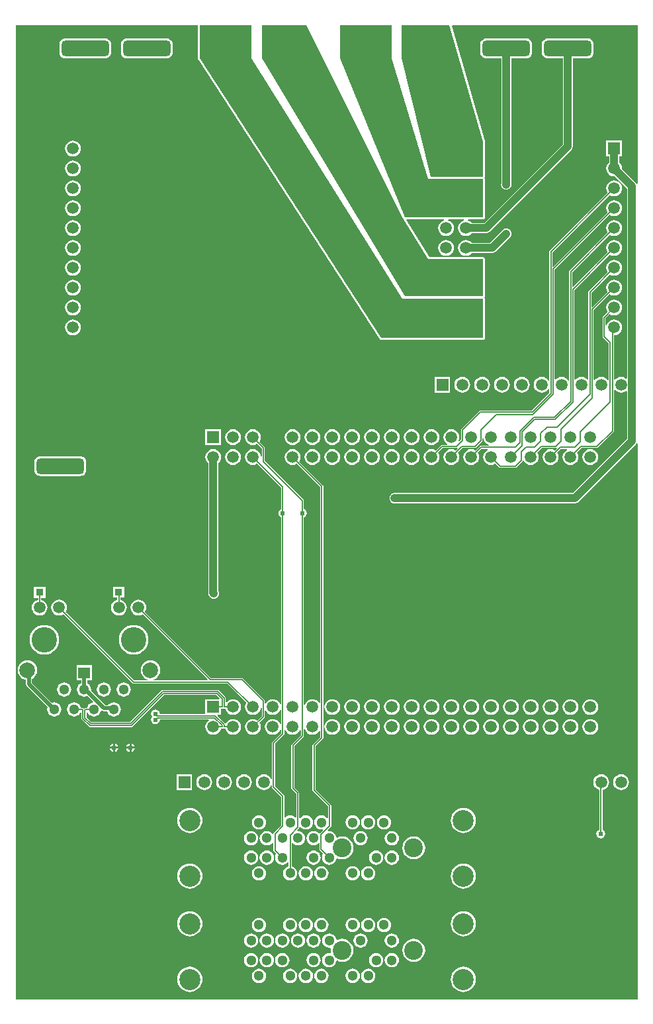
<source format=gbl>
G04*
G04 #@! TF.GenerationSoftware,Altium Limited,Altium Designer,20.1.12 (249)*
G04*
G04 Layer_Physical_Order=2*
G04 Layer_Color=16711680*
%FSLAX25Y25*%
%MOIN*%
G70*
G04*
G04 #@! TF.SameCoordinates,38A4389A-7558-4E28-873A-C6C5AD051B8D*
G04*
G04*
G04 #@! TF.FilePolarity,Positive*
G04*
G01*
G75*
%ADD27R,0.03740X0.03543*%
%ADD28R,0.05906X0.05709*%
%ADD30C,0.04000*%
%ADD32C,0.00500*%
%ADD33C,0.02000*%
%ADD35C,0.05906*%
%ADD36R,0.05906X0.05906*%
G04:AMPARAMS|DCode=37|XSize=240mil|YSize=80mil|CornerRadius=20mil|HoleSize=0mil|Usage=FLASHONLY|Rotation=180.000|XOffset=0mil|YOffset=0mil|HoleType=Round|Shape=RoundedRectangle|*
%AMROUNDEDRECTD37*
21,1,0.24000,0.04000,0,0,180.0*
21,1,0.20000,0.08000,0,0,180.0*
1,1,0.04000,-0.10000,0.02000*
1,1,0.04000,0.10000,0.02000*
1,1,0.04000,0.10000,-0.02000*
1,1,0.04000,-0.10000,-0.02000*
%
%ADD37ROUNDEDRECTD37*%
%ADD38R,0.05906X0.05906*%
%ADD39C,0.09449*%
%ADD40C,0.05118*%
%ADD41C,0.10630*%
%ADD42C,0.07874*%
%ADD43C,0.12795*%
%ADD44C,0.03150*%
%ADD45C,0.02400*%
G36*
X236221Y432486D02*
Y414961D01*
X209842Y414961D01*
X195276Y474409D01*
Y491339D01*
X219340D01*
X236221Y432486D01*
D02*
G37*
G36*
X190157Y474409D02*
X208661Y413779D01*
X236221D01*
Y394488D01*
X196850D01*
X164173Y474409D01*
Y491339D01*
X190157D01*
Y474409D01*
D02*
G37*
G36*
X314158Y411377D02*
X313658Y411225D01*
X313220Y411881D01*
X306305Y418796D01*
X306349Y419134D01*
X306213Y420166D01*
X305815Y421127D01*
X305181Y421953D01*
X304911Y422160D01*
Y425181D01*
X306315D01*
Y433087D01*
X298410D01*
Y425181D01*
X299813D01*
Y422160D01*
X299543Y421953D01*
X298909Y421127D01*
X298511Y420166D01*
X298375Y419134D01*
X298511Y418102D01*
X298909Y417140D01*
X299543Y416315D01*
X300369Y415681D01*
X301330Y415283D01*
X302362Y415147D01*
X302700Y415191D01*
X308868Y409023D01*
Y313515D01*
X308368Y313268D01*
X307820Y313689D01*
X306859Y314087D01*
X305827Y314223D01*
X304795Y314087D01*
X303833Y313689D01*
X303008Y313055D01*
X302839Y312836D01*
X302340Y313006D01*
Y335127D01*
X302362Y335147D01*
X303394Y335283D01*
X304356Y335681D01*
X305181Y336315D01*
X305815Y337140D01*
X306213Y338102D01*
X306349Y339134D01*
X306213Y340166D01*
X305815Y341127D01*
X305181Y341953D01*
X304356Y342587D01*
X303394Y342985D01*
X302362Y343121D01*
X301330Y342985D01*
X300369Y342587D01*
X299543Y341953D01*
X298909Y341127D01*
X298511Y340166D01*
X298509Y340147D01*
X298009Y340180D01*
Y343699D01*
X300155Y345845D01*
X300369Y345681D01*
X301330Y345283D01*
X302362Y345147D01*
X303394Y345283D01*
X304356Y345681D01*
X305181Y346315D01*
X305815Y347140D01*
X306213Y348102D01*
X306349Y349134D01*
X306213Y350166D01*
X305815Y351127D01*
X305181Y351953D01*
X304356Y352587D01*
X303394Y352985D01*
X302362Y353121D01*
X301330Y352985D01*
X300369Y352587D01*
X299543Y351953D01*
X298909Y351127D01*
X298511Y350166D01*
X298375Y349134D01*
X298511Y348102D01*
X298909Y347140D01*
X299074Y346927D01*
X296703Y344556D01*
X296538Y344308D01*
X296479Y344016D01*
Y334646D01*
X296538Y334353D01*
X296703Y334105D01*
X299629Y331179D01*
Y312596D01*
X299129Y312426D01*
X298646Y313055D01*
X297820Y313689D01*
X296859Y314087D01*
X295827Y314223D01*
X294795Y314087D01*
X293833Y313689D01*
X293008Y313055D01*
X292603Y312528D01*
X292103Y312698D01*
Y347794D01*
X300155Y355845D01*
X300369Y355681D01*
X301330Y355283D01*
X302362Y355147D01*
X303394Y355283D01*
X304356Y355681D01*
X305181Y356315D01*
X305815Y357140D01*
X306213Y358102D01*
X306349Y359134D01*
X306213Y360166D01*
X305815Y361127D01*
X305181Y361953D01*
X304356Y362587D01*
X303394Y362985D01*
X302362Y363121D01*
X301330Y362985D01*
X300369Y362587D01*
X299543Y361953D01*
X298909Y361127D01*
X298511Y360166D01*
X298375Y359134D01*
X298511Y358102D01*
X298909Y357140D01*
X299074Y356927D01*
X291384Y349237D01*
X290922Y349429D01*
Y356612D01*
X300155Y365845D01*
X300369Y365681D01*
X301330Y365283D01*
X302362Y365147D01*
X303394Y365283D01*
X304356Y365681D01*
X305181Y366315D01*
X305815Y367140D01*
X306213Y368102D01*
X306349Y369134D01*
X306213Y370166D01*
X305815Y371127D01*
X305181Y371953D01*
X304356Y372587D01*
X303394Y372985D01*
X302362Y373121D01*
X301330Y372985D01*
X300369Y372587D01*
X299543Y371953D01*
X298909Y371127D01*
X298511Y370166D01*
X298375Y369134D01*
X298511Y368102D01*
X298909Y367140D01*
X299074Y366927D01*
X289617Y357470D01*
X289451Y357222D01*
X289393Y356929D01*
Y312903D01*
X288893Y312734D01*
X288646Y313055D01*
X287820Y313689D01*
X286859Y314087D01*
X285827Y314223D01*
X284795Y314087D01*
X283833Y313689D01*
X283008Y313055D01*
X282761Y312734D01*
X282261Y312903D01*
Y357951D01*
X300155Y375845D01*
X300369Y375681D01*
X301330Y375283D01*
X302362Y375147D01*
X303394Y375283D01*
X304356Y375681D01*
X305181Y376315D01*
X305815Y377140D01*
X306213Y378102D01*
X306349Y379134D01*
X306213Y380166D01*
X305815Y381127D01*
X305181Y381953D01*
X304356Y382587D01*
X303394Y382985D01*
X302362Y383121D01*
X301330Y382985D01*
X300369Y382587D01*
X299543Y381953D01*
X298909Y381127D01*
X298511Y380166D01*
X298375Y379134D01*
X298511Y378102D01*
X298909Y377140D01*
X299074Y376927D01*
X281723Y359576D01*
X281261Y359767D01*
Y366951D01*
X300155Y385845D01*
X300369Y385681D01*
X301330Y385283D01*
X302362Y385147D01*
X303394Y385283D01*
X304356Y385681D01*
X305181Y386315D01*
X305815Y387140D01*
X306213Y388102D01*
X306349Y389134D01*
X306213Y390166D01*
X305815Y391127D01*
X305181Y391953D01*
X304356Y392587D01*
X303394Y392985D01*
X302362Y393121D01*
X301330Y392985D01*
X300369Y392587D01*
X299543Y391953D01*
X298909Y391127D01*
X298511Y390166D01*
X298375Y389134D01*
X298511Y388102D01*
X298909Y387140D01*
X299074Y386927D01*
X279955Y367808D01*
X279790Y367560D01*
X279731Y367268D01*
Y312431D01*
X279456Y312308D01*
X279231Y312292D01*
X278646Y313055D01*
X277820Y313689D01*
X276859Y314087D01*
X275827Y314223D01*
X274795Y314087D01*
X273833Y313689D01*
X273008Y313055D01*
X272892Y312904D01*
X272418Y313065D01*
Y368108D01*
X300155Y395845D01*
X300369Y395681D01*
X301330Y395283D01*
X302362Y395147D01*
X303394Y395283D01*
X304356Y395681D01*
X305181Y396315D01*
X305815Y397140D01*
X306213Y398102D01*
X306349Y399134D01*
X306213Y400166D01*
X305815Y401127D01*
X305181Y401953D01*
X304356Y402587D01*
X303394Y402985D01*
X302362Y403121D01*
X301330Y402985D01*
X300369Y402587D01*
X299543Y401953D01*
X298909Y401127D01*
X298511Y400166D01*
X298375Y399134D01*
X298511Y398102D01*
X298909Y397140D01*
X299074Y396927D01*
X271699Y369552D01*
X271237Y369743D01*
Y376927D01*
X300155Y405845D01*
X300369Y405681D01*
X301330Y405283D01*
X302362Y405147D01*
X303394Y405283D01*
X304356Y405681D01*
X305181Y406315D01*
X305815Y407140D01*
X306213Y408102D01*
X306349Y409134D01*
X306213Y410166D01*
X305815Y411127D01*
X305181Y411953D01*
X304356Y412587D01*
X303394Y412985D01*
X302362Y413121D01*
X301330Y412985D01*
X300369Y412587D01*
X299543Y411953D01*
X298909Y411127D01*
X298511Y410166D01*
X298375Y409134D01*
X298511Y408102D01*
X298909Y407140D01*
X299074Y406927D01*
X269932Y377785D01*
X269766Y377537D01*
X269708Y377244D01*
Y312455D01*
X269594Y312395D01*
X269208Y312323D01*
X268646Y313055D01*
X267820Y313689D01*
X266859Y314087D01*
X265827Y314223D01*
X264795Y314087D01*
X263833Y313689D01*
X263008Y313055D01*
X262374Y312230D01*
X261976Y311268D01*
X261840Y310236D01*
X261976Y309204D01*
X262374Y308243D01*
X263008Y307417D01*
X263833Y306784D01*
X264795Y306385D01*
X265827Y306249D01*
X266859Y306385D01*
X267820Y306784D01*
X268646Y307417D01*
X269208Y308149D01*
X269594Y308077D01*
X269708Y308018D01*
Y306062D01*
X260868Y297221D01*
X235039D01*
X234747Y297163D01*
X234499Y296997D01*
X225444Y287942D01*
X225278Y287694D01*
X225220Y287402D01*
Y282600D01*
X224319Y281700D01*
X223895Y281983D01*
X224245Y282826D01*
X224381Y283858D01*
X224245Y284890D01*
X223846Y285852D01*
X223213Y286677D01*
X222387Y287311D01*
X221426Y287709D01*
X220394Y287845D01*
X219362Y287709D01*
X218400Y287311D01*
X217575Y286677D01*
X216941Y285852D01*
X216543Y284890D01*
X216407Y283858D01*
X216543Y282826D01*
X216941Y281865D01*
X217575Y281039D01*
X218400Y280406D01*
X218417Y280399D01*
X218318Y279899D01*
X215669D01*
X215669Y279899D01*
X215377Y279840D01*
X215129Y279675D01*
X212601Y277147D01*
X212387Y277311D01*
X211426Y277709D01*
X210394Y277845D01*
X209362Y277709D01*
X208400Y277311D01*
X207575Y276677D01*
X206941Y275852D01*
X206543Y274890D01*
X206407Y273858D01*
X206543Y272826D01*
X206941Y271865D01*
X207575Y271039D01*
X208400Y270406D01*
X209362Y270007D01*
X210394Y269871D01*
X211426Y270007D01*
X212387Y270406D01*
X213213Y271039D01*
X213846Y271865D01*
X214245Y272826D01*
X214381Y273858D01*
X214245Y274890D01*
X213846Y275852D01*
X213682Y276065D01*
X215986Y278369D01*
X222835D01*
X223127Y278427D01*
X223269Y278522D01*
X223587Y278134D01*
X222601Y277147D01*
X222387Y277311D01*
X221426Y277709D01*
X220394Y277845D01*
X219362Y277709D01*
X218400Y277311D01*
X217575Y276677D01*
X216941Y275852D01*
X216543Y274890D01*
X216407Y273858D01*
X216543Y272826D01*
X216941Y271865D01*
X217575Y271039D01*
X218400Y270406D01*
X219362Y270007D01*
X220394Y269871D01*
X221426Y270007D01*
X222387Y270406D01*
X223213Y271039D01*
X223846Y271865D01*
X224245Y272826D01*
X224381Y273858D01*
X224245Y274890D01*
X223846Y275852D01*
X223682Y276065D01*
X225986Y278369D01*
X232283D01*
X232576Y278427D01*
X232824Y278593D01*
X235777Y281546D01*
X235943Y281794D01*
X236001Y282087D01*
Y283111D01*
X236501Y283144D01*
X236543Y282826D01*
X236941Y281865D01*
X237575Y281039D01*
X238400Y280406D01*
X239362Y280007D01*
X239380Y280005D01*
X239347Y279505D01*
X235276D01*
X234983Y279447D01*
X234735Y279281D01*
X232601Y277147D01*
X232387Y277311D01*
X231426Y277709D01*
X230394Y277845D01*
X229362Y277709D01*
X228400Y277311D01*
X227575Y276677D01*
X226941Y275852D01*
X226543Y274890D01*
X226407Y273858D01*
X226543Y272826D01*
X226941Y271865D01*
X227575Y271039D01*
X228400Y270406D01*
X229362Y270007D01*
X230394Y269871D01*
X231426Y270007D01*
X232387Y270406D01*
X233213Y271039D01*
X233846Y271865D01*
X234245Y272826D01*
X234381Y273858D01*
X234245Y274890D01*
X233846Y275852D01*
X233682Y276065D01*
X235592Y277976D01*
X238698D01*
X238797Y277476D01*
X238400Y277311D01*
X237575Y276677D01*
X236941Y275852D01*
X236543Y274890D01*
X236407Y273858D01*
X236543Y272826D01*
X236941Y271865D01*
X237575Y271039D01*
X238400Y270406D01*
X239362Y270007D01*
X240394Y269871D01*
X241426Y270007D01*
X242387Y270406D01*
X242601Y270570D01*
X244420Y268751D01*
X244668Y268585D01*
X244961Y268527D01*
X252756D01*
X253048Y268585D01*
X253297Y268751D01*
X256052Y271507D01*
X256218Y271755D01*
X256276Y272047D01*
Y272163D01*
X256776Y272262D01*
X256941Y271865D01*
X257575Y271039D01*
X258400Y270406D01*
X259362Y270007D01*
X260394Y269871D01*
X261426Y270007D01*
X262387Y270406D01*
X263213Y271039D01*
X263846Y271865D01*
X264245Y272826D01*
X264381Y273858D01*
X264245Y274890D01*
X263846Y275852D01*
X263682Y276065D01*
X265986Y278369D01*
X272835D01*
X273127Y278427D01*
X273269Y278522D01*
X273587Y278134D01*
X272601Y277147D01*
X272387Y277311D01*
X271426Y277709D01*
X270394Y277845D01*
X269362Y277709D01*
X268400Y277311D01*
X267575Y276677D01*
X266941Y275852D01*
X266543Y274890D01*
X266407Y273858D01*
X266543Y272826D01*
X266941Y271865D01*
X267575Y271039D01*
X268400Y270406D01*
X269362Y270007D01*
X270394Y269871D01*
X271426Y270007D01*
X272387Y270406D01*
X273213Y271039D01*
X273846Y271865D01*
X274245Y272826D01*
X274381Y273858D01*
X274245Y274890D01*
X273846Y275852D01*
X273682Y276065D01*
X275592Y277976D01*
X278698D01*
X278797Y277476D01*
X278400Y277311D01*
X277575Y276677D01*
X276941Y275852D01*
X276543Y274890D01*
X276407Y273858D01*
X276543Y272826D01*
X276941Y271865D01*
X277575Y271039D01*
X278400Y270406D01*
X279362Y270007D01*
X280394Y269871D01*
X281426Y270007D01*
X282387Y270406D01*
X283213Y271039D01*
X283846Y271865D01*
X284245Y272826D01*
X284381Y273858D01*
X284245Y274890D01*
X283846Y275852D01*
X283682Y276065D01*
X285986Y278369D01*
X293701D01*
X293993Y278427D01*
X294241Y278593D01*
X302116Y286467D01*
X302281Y286715D01*
X302340Y287008D01*
Y307467D01*
X302839Y307636D01*
X303008Y307417D01*
X303833Y306784D01*
X304795Y306385D01*
X305827Y306249D01*
X306859Y306385D01*
X307820Y306784D01*
X308368Y307204D01*
X308868Y306958D01*
Y282946D01*
X281621Y255699D01*
X192097D01*
X191732Y255747D01*
X191060Y255658D01*
X190434Y255399D01*
X189896Y254986D01*
X189483Y254448D01*
X189224Y253822D01*
X189135Y253150D01*
X189224Y252477D01*
X189483Y251851D01*
X189896Y251313D01*
X190434Y250901D01*
X191060Y250641D01*
X191732Y250553D01*
X192097Y250601D01*
X282677D01*
X283653Y250795D01*
X284480Y251347D01*
X313220Y280087D01*
X313658Y280743D01*
X314158Y280591D01*
X314158Y803D01*
X803D01*
Y491323D01*
X92681D01*
Y474409D01*
X92699Y474317D01*
X92698Y474223D01*
X92738Y474124D01*
X92759Y474019D01*
X92811Y473941D01*
X92846Y473854D01*
X184184Y333303D01*
X184259Y333226D01*
X184318Y333137D01*
X184397Y333085D01*
X184462Y333018D01*
X184560Y332976D01*
X184649Y332916D01*
X184741Y332898D01*
X184828Y332861D01*
X184935Y332859D01*
X185039Y332839D01*
X236221D01*
X236611Y332916D01*
X236941Y333137D01*
X237162Y333468D01*
X237240Y333858D01*
Y353543D01*
X237162Y353934D01*
X237029Y354134D01*
X237162Y354334D01*
X237240Y354724D01*
Y373622D01*
X237162Y374012D01*
X236941Y374343D01*
X236611Y374564D01*
X236221Y374642D01*
X209228D01*
X197777Y393032D01*
X198020Y393469D01*
X216599D01*
X216685Y392985D01*
X215723Y392587D01*
X214897Y391953D01*
X214264Y391127D01*
X213865Y390166D01*
X213730Y389134D01*
X213865Y388102D01*
X214264Y387140D01*
X214897Y386315D01*
X215723Y385681D01*
X216685Y385283D01*
X217717Y385147D01*
X218748Y385283D01*
X219710Y385681D01*
X220536Y386315D01*
X221169Y387140D01*
X221568Y388102D01*
X221703Y389134D01*
X221568Y390166D01*
X221169Y391127D01*
X220536Y391953D01*
X219710Y392587D01*
X218748Y392985D01*
X218834Y393469D01*
X226599D01*
X226685Y392985D01*
X225723Y392587D01*
X224897Y391953D01*
X224264Y391127D01*
X223866Y390166D01*
X223730Y389134D01*
X223866Y388102D01*
X224264Y387140D01*
X224897Y386315D01*
X225723Y385681D01*
X226685Y385283D01*
X227716Y385147D01*
X228748Y385283D01*
X229710Y385681D01*
X230536Y386315D01*
X230743Y386585D01*
X237953D01*
X238928Y386779D01*
X239755Y387332D01*
X280834Y428410D01*
X281386Y429237D01*
X281580Y430213D01*
Y474502D01*
X289032D01*
X289815Y474605D01*
X290545Y474907D01*
X291171Y475388D01*
X291652Y476015D01*
X291954Y476744D01*
X292057Y477528D01*
Y481528D01*
X291954Y482311D01*
X291652Y483041D01*
X291171Y483667D01*
X290545Y484148D01*
X289815Y484450D01*
X289032Y484553D01*
X269032D01*
X268248Y484450D01*
X267519Y484148D01*
X266892Y483667D01*
X266411Y483041D01*
X266109Y482311D01*
X266006Y481528D01*
Y477528D01*
X266109Y476744D01*
X266411Y476015D01*
X266892Y475388D01*
X267519Y474907D01*
X268248Y474605D01*
X269032Y474502D01*
X276483D01*
Y431268D01*
X236897Y391683D01*
X230743D01*
X230536Y391953D01*
X229710Y392587D01*
X228748Y392985D01*
X228835Y393469D01*
X236221D01*
X236611Y393546D01*
X236941Y393767D01*
X237162Y394098D01*
X237240Y394488D01*
Y413779D01*
X237162Y414170D01*
X237029Y414370D01*
X237162Y414570D01*
X237240Y414961D01*
Y432486D01*
X237212Y432625D01*
X237200Y432767D01*
X220520Y490924D01*
X220821Y491323D01*
X314158D01*
Y411377D01*
D02*
G37*
G36*
X195669Y394488D02*
X208661Y373622D01*
X236221D01*
Y354724D01*
X196850D01*
X124803Y474409D01*
Y491339D01*
X147456D01*
X195669Y394488D01*
D02*
G37*
G36*
X119685Y474409D02*
X195669Y353543D01*
X236221D01*
Y333858D01*
X185039D01*
X93701Y474409D01*
Y491339D01*
X119685D01*
Y474409D01*
D02*
G37*
%LPC*%
G36*
X76929Y484553D02*
X56929D01*
X56146Y484450D01*
X55416Y484148D01*
X54790Y483667D01*
X54309Y483041D01*
X54006Y482311D01*
X53903Y481528D01*
Y477528D01*
X54006Y476744D01*
X54309Y476015D01*
X54790Y475388D01*
X55416Y474907D01*
X56146Y474605D01*
X56929Y474502D01*
X76929D01*
X77712Y474605D01*
X78442Y474907D01*
X79069Y475388D01*
X79550Y476015D01*
X79852Y476744D01*
X79955Y477528D01*
Y481528D01*
X79852Y482311D01*
X79550Y483041D01*
X79069Y483667D01*
X78442Y484148D01*
X77712Y484450D01*
X76929Y484553D01*
D02*
G37*
G36*
X45929D02*
X25929D01*
X25146Y484450D01*
X24416Y484148D01*
X23789Y483667D01*
X23309Y483041D01*
X23006Y482311D01*
X22903Y481528D01*
Y477528D01*
X23006Y476744D01*
X23309Y476015D01*
X23789Y475388D01*
X24416Y474907D01*
X25146Y474605D01*
X25929Y474502D01*
X45929D01*
X46712Y474605D01*
X47442Y474907D01*
X48069Y475388D01*
X48550Y476015D01*
X48852Y476744D01*
X48955Y477528D01*
Y481528D01*
X48852Y482311D01*
X48550Y483041D01*
X48069Y483667D01*
X47442Y484148D01*
X46712Y484450D01*
X45929Y484553D01*
D02*
G37*
G36*
X29685Y433121D02*
X28653Y432985D01*
X27692Y432587D01*
X26866Y431953D01*
X26232Y431127D01*
X25834Y430166D01*
X25698Y429134D01*
X25834Y428102D01*
X26232Y427140D01*
X26866Y426315D01*
X27692Y425681D01*
X28653Y425283D01*
X29685Y425147D01*
X30717Y425283D01*
X31679Y425681D01*
X32504Y426315D01*
X33138Y427140D01*
X33536Y428102D01*
X33672Y429134D01*
X33536Y430166D01*
X33138Y431127D01*
X32504Y431953D01*
X31679Y432587D01*
X30717Y432985D01*
X29685Y433121D01*
D02*
G37*
G36*
Y423121D02*
X28653Y422985D01*
X27692Y422587D01*
X26866Y421953D01*
X26232Y421127D01*
X25834Y420166D01*
X25698Y419134D01*
X25834Y418102D01*
X26232Y417140D01*
X26866Y416315D01*
X27692Y415681D01*
X28653Y415283D01*
X29685Y415147D01*
X30717Y415283D01*
X31679Y415681D01*
X32504Y416315D01*
X33138Y417140D01*
X33536Y418102D01*
X33672Y419134D01*
X33536Y420166D01*
X33138Y421127D01*
X32504Y421953D01*
X31679Y422587D01*
X30717Y422985D01*
X29685Y423121D01*
D02*
G37*
G36*
X258032Y484553D02*
X238032D01*
X237248Y484450D01*
X236519Y484148D01*
X235892Y483667D01*
X235411Y483041D01*
X235109Y482311D01*
X235006Y481528D01*
Y477528D01*
X235109Y476744D01*
X235411Y476015D01*
X235892Y475388D01*
X236519Y474907D01*
X237248Y474605D01*
X238032Y474502D01*
X245482D01*
Y411388D01*
X245434Y411024D01*
X245523Y410352D01*
X245782Y409725D01*
X246195Y409187D01*
X246733Y408775D01*
X247359Y408515D01*
X248031Y408427D01*
X248704Y408515D01*
X249330Y408775D01*
X249868Y409187D01*
X250281Y409725D01*
X250540Y410352D01*
X250628Y411024D01*
X250581Y411388D01*
Y474502D01*
X258032D01*
X258815Y474605D01*
X259544Y474907D01*
X260171Y475388D01*
X260652Y476015D01*
X260954Y476744D01*
X261057Y477528D01*
Y481528D01*
X260954Y482311D01*
X260652Y483041D01*
X260171Y483667D01*
X259544Y484148D01*
X258815Y484450D01*
X258032Y484553D01*
D02*
G37*
G36*
X29685Y413121D02*
X28653Y412985D01*
X27692Y412587D01*
X26866Y411953D01*
X26232Y411127D01*
X25834Y410166D01*
X25698Y409134D01*
X25834Y408102D01*
X26232Y407140D01*
X26866Y406315D01*
X27692Y405681D01*
X28653Y405283D01*
X29685Y405147D01*
X30717Y405283D01*
X31679Y405681D01*
X32504Y406315D01*
X33138Y407140D01*
X33536Y408102D01*
X33672Y409134D01*
X33536Y410166D01*
X33138Y411127D01*
X32504Y411953D01*
X31679Y412587D01*
X30717Y412985D01*
X29685Y413121D01*
D02*
G37*
G36*
Y403121D02*
X28653Y402985D01*
X27692Y402587D01*
X26866Y401953D01*
X26232Y401127D01*
X25834Y400166D01*
X25698Y399134D01*
X25834Y398102D01*
X26232Y397140D01*
X26866Y396315D01*
X27692Y395681D01*
X28653Y395283D01*
X29685Y395147D01*
X30717Y395283D01*
X31679Y395681D01*
X32504Y396315D01*
X33138Y397140D01*
X33536Y398102D01*
X33672Y399134D01*
X33536Y400166D01*
X33138Y401127D01*
X32504Y401953D01*
X31679Y402587D01*
X30717Y402985D01*
X29685Y403121D01*
D02*
G37*
G36*
Y393121D02*
X28653Y392985D01*
X27692Y392587D01*
X26866Y391953D01*
X26232Y391127D01*
X25834Y390166D01*
X25698Y389134D01*
X25834Y388102D01*
X26232Y387140D01*
X26866Y386315D01*
X27692Y385681D01*
X28653Y385283D01*
X29685Y385147D01*
X30717Y385283D01*
X31679Y385681D01*
X32504Y386315D01*
X33138Y387140D01*
X33536Y388102D01*
X33672Y389134D01*
X33536Y390166D01*
X33138Y391127D01*
X32504Y391953D01*
X31679Y392587D01*
X30717Y392985D01*
X29685Y393121D01*
D02*
G37*
G36*
X248031Y388818D02*
X247359Y388729D01*
X246733Y388470D01*
X246195Y388057D01*
X245971Y387765D01*
X239889Y381683D01*
X230743D01*
X230536Y381953D01*
X229710Y382587D01*
X228748Y382985D01*
X227716Y383121D01*
X226685Y382985D01*
X225723Y382587D01*
X224897Y381953D01*
X224264Y381127D01*
X223866Y380166D01*
X223730Y379134D01*
X223866Y378102D01*
X224264Y377140D01*
X224897Y376315D01*
X225723Y375681D01*
X226685Y375283D01*
X227716Y375147D01*
X228748Y375283D01*
X229710Y375681D01*
X230536Y376315D01*
X230743Y376585D01*
X240945D01*
X241920Y376779D01*
X242747Y377331D01*
X249576Y384160D01*
X249868Y384384D01*
X250281Y384922D01*
X250540Y385548D01*
X250628Y386221D01*
X250540Y386893D01*
X250281Y387519D01*
X249868Y388057D01*
X249330Y388470D01*
X248704Y388729D01*
X248031Y388818D01*
D02*
G37*
G36*
X217717Y383121D02*
X216685Y382985D01*
X215723Y382587D01*
X214897Y381953D01*
X214264Y381127D01*
X213865Y380166D01*
X213730Y379134D01*
X213865Y378102D01*
X214264Y377140D01*
X214897Y376315D01*
X215723Y375681D01*
X216685Y375283D01*
X217717Y375147D01*
X218748Y375283D01*
X219710Y375681D01*
X220536Y376315D01*
X221169Y377140D01*
X221568Y378102D01*
X221703Y379134D01*
X221568Y380166D01*
X221169Y381127D01*
X220536Y381953D01*
X219710Y382587D01*
X218748Y382985D01*
X217717Y383121D01*
D02*
G37*
G36*
X29685D02*
X28653Y382985D01*
X27692Y382587D01*
X26866Y381953D01*
X26232Y381127D01*
X25834Y380166D01*
X25698Y379134D01*
X25834Y378102D01*
X26232Y377140D01*
X26866Y376315D01*
X27692Y375681D01*
X28653Y375283D01*
X29685Y375147D01*
X30717Y375283D01*
X31679Y375681D01*
X32504Y376315D01*
X33138Y377140D01*
X33536Y378102D01*
X33672Y379134D01*
X33536Y380166D01*
X33138Y381127D01*
X32504Y381953D01*
X31679Y382587D01*
X30717Y382985D01*
X29685Y383121D01*
D02*
G37*
G36*
Y373121D02*
X28653Y372985D01*
X27692Y372587D01*
X26866Y371953D01*
X26232Y371127D01*
X25834Y370166D01*
X25698Y369134D01*
X25834Y368102D01*
X26232Y367140D01*
X26866Y366315D01*
X27692Y365681D01*
X28653Y365283D01*
X29685Y365147D01*
X30717Y365283D01*
X31679Y365681D01*
X32504Y366315D01*
X33138Y367140D01*
X33536Y368102D01*
X33672Y369134D01*
X33536Y370166D01*
X33138Y371127D01*
X32504Y371953D01*
X31679Y372587D01*
X30717Y372985D01*
X29685Y373121D01*
D02*
G37*
G36*
Y363121D02*
X28653Y362985D01*
X27692Y362587D01*
X26866Y361953D01*
X26232Y361127D01*
X25834Y360166D01*
X25698Y359134D01*
X25834Y358102D01*
X26232Y357140D01*
X26866Y356315D01*
X27692Y355681D01*
X28653Y355283D01*
X29685Y355147D01*
X30717Y355283D01*
X31679Y355681D01*
X32504Y356315D01*
X33138Y357140D01*
X33536Y358102D01*
X33672Y359134D01*
X33536Y360166D01*
X33138Y361127D01*
X32504Y361953D01*
X31679Y362587D01*
X30717Y362985D01*
X29685Y363121D01*
D02*
G37*
G36*
Y353121D02*
X28653Y352985D01*
X27692Y352587D01*
X26866Y351953D01*
X26232Y351127D01*
X25834Y350166D01*
X25698Y349134D01*
X25834Y348102D01*
X26232Y347140D01*
X26866Y346315D01*
X27692Y345681D01*
X28653Y345283D01*
X29685Y345147D01*
X30717Y345283D01*
X31679Y345681D01*
X32504Y346315D01*
X33138Y347140D01*
X33536Y348102D01*
X33672Y349134D01*
X33536Y350166D01*
X33138Y351127D01*
X32504Y351953D01*
X31679Y352587D01*
X30717Y352985D01*
X29685Y353121D01*
D02*
G37*
G36*
Y343121D02*
X28653Y342985D01*
X27692Y342587D01*
X26866Y341953D01*
X26232Y341127D01*
X25834Y340166D01*
X25698Y339134D01*
X25834Y338102D01*
X26232Y337140D01*
X26866Y336315D01*
X27692Y335681D01*
X28653Y335283D01*
X29685Y335147D01*
X30717Y335283D01*
X31679Y335681D01*
X32504Y336315D01*
X33138Y337140D01*
X33536Y338102D01*
X33672Y339134D01*
X33536Y340166D01*
X33138Y341127D01*
X32504Y341953D01*
X31679Y342587D01*
X30717Y342985D01*
X29685Y343121D01*
D02*
G37*
G36*
X219779Y314189D02*
X211874D01*
Y306283D01*
X219779D01*
Y314189D01*
D02*
G37*
G36*
X225827Y314223D02*
X224795Y314087D01*
X223833Y313689D01*
X223008Y313055D01*
X222374Y312230D01*
X221976Y311268D01*
X221840Y310236D01*
X221976Y309204D01*
X222374Y308243D01*
X223008Y307417D01*
X223833Y306784D01*
X224795Y306385D01*
X225827Y306249D01*
X226859Y306385D01*
X227820Y306784D01*
X228646Y307417D01*
X229279Y308243D01*
X229678Y309204D01*
X229814Y310236D01*
X229678Y311268D01*
X229279Y312230D01*
X228646Y313055D01*
X227820Y313689D01*
X226859Y314087D01*
X225827Y314223D01*
D02*
G37*
G36*
X255827Y314223D02*
X254795Y314087D01*
X253833Y313689D01*
X253008Y313055D01*
X252374Y312230D01*
X251976Y311268D01*
X251840Y310236D01*
X251976Y309204D01*
X252374Y308243D01*
X253008Y307417D01*
X253833Y306784D01*
X254795Y306385D01*
X255827Y306249D01*
X256859Y306385D01*
X257820Y306784D01*
X258646Y307417D01*
X259279Y308243D01*
X259678Y309204D01*
X259814Y310236D01*
X259678Y311268D01*
X259279Y312230D01*
X258646Y313055D01*
X257820Y313689D01*
X256859Y314087D01*
X255827Y314223D01*
D02*
G37*
G36*
X245827D02*
X244795Y314087D01*
X243833Y313689D01*
X243008Y313055D01*
X242374Y312230D01*
X241976Y311268D01*
X241840Y310236D01*
X241976Y309204D01*
X242374Y308243D01*
X243008Y307417D01*
X243833Y306784D01*
X244795Y306385D01*
X245827Y306249D01*
X246859Y306385D01*
X247820Y306784D01*
X248646Y307417D01*
X249279Y308243D01*
X249678Y309204D01*
X249814Y310236D01*
X249678Y311268D01*
X249279Y312230D01*
X248646Y313055D01*
X247820Y313689D01*
X246859Y314087D01*
X245827Y314223D01*
D02*
G37*
G36*
X235827D02*
X234795Y314087D01*
X233833Y313689D01*
X233008Y313055D01*
X232374Y312230D01*
X231976Y311268D01*
X231840Y310236D01*
X231976Y309204D01*
X232374Y308243D01*
X233008Y307417D01*
X233833Y306784D01*
X234795Y306385D01*
X235827Y306249D01*
X236859Y306385D01*
X237820Y306784D01*
X238646Y307417D01*
X239280Y308243D01*
X239678Y309204D01*
X239814Y310236D01*
X239678Y311268D01*
X239280Y312230D01*
X238646Y313055D01*
X237820Y313689D01*
X236859Y314087D01*
X235827Y314223D01*
D02*
G37*
G36*
X104347Y287811D02*
X96441D01*
Y279906D01*
X104347D01*
Y287811D01*
D02*
G37*
G36*
X210394Y287845D02*
X209362Y287709D01*
X208400Y287311D01*
X207575Y286677D01*
X206941Y285852D01*
X206543Y284890D01*
X206407Y283858D01*
X206543Y282826D01*
X206941Y281865D01*
X207575Y281039D01*
X208400Y280406D01*
X209362Y280007D01*
X210394Y279871D01*
X211426Y280007D01*
X212387Y280406D01*
X213213Y281039D01*
X213846Y281865D01*
X214245Y282826D01*
X214381Y283858D01*
X214245Y284890D01*
X213846Y285852D01*
X213213Y286677D01*
X212387Y287311D01*
X211426Y287709D01*
X210394Y287845D01*
D02*
G37*
G36*
X190394D02*
X189362Y287709D01*
X188400Y287311D01*
X187575Y286677D01*
X186941Y285852D01*
X186543Y284890D01*
X186407Y283858D01*
X186543Y282826D01*
X186941Y281865D01*
X187575Y281039D01*
X188400Y280406D01*
X189362Y280007D01*
X190394Y279871D01*
X191426Y280007D01*
X192387Y280406D01*
X193213Y281039D01*
X193846Y281865D01*
X194245Y282826D01*
X194381Y283858D01*
X194245Y284890D01*
X193846Y285852D01*
X193213Y286677D01*
X192387Y287311D01*
X191426Y287709D01*
X190394Y287845D01*
D02*
G37*
G36*
X180394D02*
X179362Y287709D01*
X178400Y287311D01*
X177575Y286677D01*
X176941Y285852D01*
X176543Y284890D01*
X176407Y283858D01*
X176543Y282826D01*
X176941Y281865D01*
X177575Y281039D01*
X178400Y280406D01*
X179362Y280007D01*
X180394Y279871D01*
X181426Y280007D01*
X182387Y280406D01*
X183213Y281039D01*
X183846Y281865D01*
X184245Y282826D01*
X184381Y283858D01*
X184245Y284890D01*
X183846Y285852D01*
X183213Y286677D01*
X182387Y287311D01*
X181426Y287709D01*
X180394Y287845D01*
D02*
G37*
G36*
X170394D02*
X169362Y287709D01*
X168400Y287311D01*
X167575Y286677D01*
X166941Y285852D01*
X166543Y284890D01*
X166407Y283858D01*
X166543Y282826D01*
X166941Y281865D01*
X167575Y281039D01*
X168400Y280406D01*
X169362Y280007D01*
X170394Y279871D01*
X171426Y280007D01*
X172387Y280406D01*
X173213Y281039D01*
X173846Y281865D01*
X174245Y282826D01*
X174381Y283858D01*
X174245Y284890D01*
X173846Y285852D01*
X173213Y286677D01*
X172387Y287311D01*
X171426Y287709D01*
X170394Y287845D01*
D02*
G37*
G36*
X160394D02*
X159362Y287709D01*
X158400Y287311D01*
X157575Y286677D01*
X156941Y285852D01*
X156543Y284890D01*
X156407Y283858D01*
X156543Y282826D01*
X156941Y281865D01*
X157575Y281039D01*
X158400Y280406D01*
X159362Y280007D01*
X160394Y279871D01*
X161426Y280007D01*
X162387Y280406D01*
X163213Y281039D01*
X163846Y281865D01*
X164245Y282826D01*
X164381Y283858D01*
X164245Y284890D01*
X163846Y285852D01*
X163213Y286677D01*
X162387Y287311D01*
X161426Y287709D01*
X160394Y287845D01*
D02*
G37*
G36*
X110394D02*
X109362Y287709D01*
X108400Y287311D01*
X107575Y286677D01*
X106941Y285852D01*
X106543Y284890D01*
X106407Y283858D01*
X106543Y282826D01*
X106941Y281865D01*
X107575Y281039D01*
X108400Y280406D01*
X109362Y280007D01*
X110394Y279871D01*
X111426Y280007D01*
X112387Y280406D01*
X113213Y281039D01*
X113846Y281865D01*
X114245Y282826D01*
X114381Y283858D01*
X114245Y284890D01*
X113846Y285852D01*
X113213Y286677D01*
X112387Y287311D01*
X111426Y287709D01*
X110394Y287845D01*
D02*
G37*
G36*
X200394Y287845D02*
X199362Y287709D01*
X198400Y287311D01*
X197575Y286677D01*
X196941Y285852D01*
X196543Y284890D01*
X196407Y283858D01*
X196543Y282826D01*
X196941Y281865D01*
X197575Y281039D01*
X198400Y280405D01*
X199362Y280007D01*
X200394Y279871D01*
X201426Y280007D01*
X202387Y280405D01*
X203213Y281039D01*
X203846Y281865D01*
X204245Y282826D01*
X204381Y283858D01*
X204245Y284890D01*
X203846Y285852D01*
X203213Y286677D01*
X202387Y287311D01*
X201426Y287709D01*
X200394Y287845D01*
D02*
G37*
G36*
X150394D02*
X149362Y287709D01*
X148400Y287311D01*
X147574Y286677D01*
X146941Y285852D01*
X146543Y284890D01*
X146407Y283858D01*
X146543Y282826D01*
X146941Y281865D01*
X147574Y281039D01*
X148400Y280405D01*
X149362Y280007D01*
X150394Y279871D01*
X151426Y280007D01*
X152387Y280405D01*
X153213Y281039D01*
X153846Y281865D01*
X154245Y282826D01*
X154381Y283858D01*
X154245Y284890D01*
X153846Y285852D01*
X153213Y286677D01*
X152387Y287311D01*
X151426Y287709D01*
X150394Y287845D01*
D02*
G37*
G36*
X140394D02*
X139362Y287709D01*
X138400Y287311D01*
X137575Y286677D01*
X136941Y285852D01*
X136543Y284890D01*
X136407Y283858D01*
X136543Y282826D01*
X136941Y281865D01*
X137575Y281039D01*
X138400Y280405D01*
X139362Y280007D01*
X140394Y279871D01*
X141426Y280007D01*
X142387Y280405D01*
X143213Y281039D01*
X143846Y281865D01*
X144245Y282826D01*
X144381Y283858D01*
X144245Y284890D01*
X143846Y285852D01*
X143213Y286677D01*
X142387Y287311D01*
X141426Y287709D01*
X140394Y287845D01*
D02*
G37*
G36*
X120394Y287845D02*
X119362Y287709D01*
X118400Y287311D01*
X117575Y286677D01*
X116941Y285852D01*
X116543Y284890D01*
X116407Y283858D01*
X116543Y282826D01*
X116941Y281865D01*
X117575Y281039D01*
X118400Y280406D01*
X119362Y280007D01*
X120394Y279871D01*
X121426Y280007D01*
X122387Y280406D01*
X122601Y280570D01*
X124826Y278345D01*
Y274307D01*
X124326Y274274D01*
X124245Y274890D01*
X123846Y275852D01*
X123213Y276677D01*
X122387Y277311D01*
X121426Y277709D01*
X120394Y277845D01*
X119362Y277709D01*
X118400Y277311D01*
X117575Y276677D01*
X116941Y275852D01*
X116543Y274890D01*
X116407Y273858D01*
X116543Y272826D01*
X116941Y271865D01*
X117575Y271039D01*
X118400Y270406D01*
X119362Y270007D01*
X120394Y269871D01*
X121426Y270007D01*
X122387Y270406D01*
X122601Y270570D01*
X134668Y258502D01*
Y247760D01*
X134575Y247742D01*
X133847Y247255D01*
X133361Y246528D01*
X133190Y245669D01*
X133361Y244811D01*
X133847Y244083D01*
X134575Y243597D01*
X134668Y243578D01*
Y149347D01*
X134168Y149248D01*
X133846Y150025D01*
X133213Y150851D01*
X132387Y151484D01*
X131426Y151883D01*
X130394Y152018D01*
X129362Y151883D01*
X128400Y151484D01*
X127575Y150851D01*
X126941Y150025D01*
X126855Y149818D01*
X126355Y149917D01*
Y151181D01*
X126355Y151181D01*
X126297Y151474D01*
X126131Y151722D01*
X115501Y162352D01*
X115253Y162517D01*
X114961Y162576D01*
X99234D01*
X65946Y195864D01*
X66110Y196077D01*
X66509Y197039D01*
X66644Y198071D01*
X66509Y199103D01*
X66110Y200064D01*
X65477Y200890D01*
X64651Y201524D01*
X63689Y201922D01*
X62657Y202058D01*
X61626Y201922D01*
X60664Y201524D01*
X59838Y200890D01*
X59205Y200064D01*
X58807Y199103D01*
X58671Y198071D01*
X58807Y197039D01*
X59205Y196077D01*
X59838Y195252D01*
X60664Y194618D01*
X61626Y194220D01*
X62657Y194084D01*
X63689Y194220D01*
X64651Y194618D01*
X64865Y194782D01*
X97790Y161856D01*
X97599Y161395D01*
X70501D01*
X70401Y161895D01*
X71289Y162262D01*
X72320Y163054D01*
X73112Y164085D01*
X73609Y165286D01*
X73779Y166575D01*
X73609Y167864D01*
X73112Y169065D01*
X72320Y170096D01*
X71289Y170887D01*
X70088Y171385D01*
X68799Y171554D01*
X67510Y171385D01*
X66309Y170887D01*
X65278Y170096D01*
X64487Y169065D01*
X63989Y167864D01*
X63820Y166575D01*
X63989Y165286D01*
X64487Y164085D01*
X65278Y163054D01*
X66309Y162262D01*
X67197Y161895D01*
X67098Y161395D01*
X60533D01*
X26064Y195864D01*
X26228Y196077D01*
X26627Y197039D01*
X26763Y198071D01*
X26627Y199103D01*
X26228Y200064D01*
X25595Y200890D01*
X24769Y201524D01*
X23808Y201922D01*
X22776Y202058D01*
X21744Y201922D01*
X20782Y201524D01*
X19956Y200890D01*
X19323Y200064D01*
X18925Y199103D01*
X18789Y198071D01*
X18925Y197039D01*
X19323Y196077D01*
X19956Y195252D01*
X20782Y194618D01*
X21744Y194220D01*
X22776Y194084D01*
X23808Y194220D01*
X24769Y194618D01*
X24983Y194782D01*
X59676Y160089D01*
X59676Y160089D01*
X59924Y159923D01*
X60216Y159865D01*
X60217Y159865D01*
X107478D01*
X117105Y150239D01*
X116941Y150025D01*
X116543Y149063D01*
X116407Y148031D01*
X116543Y147000D01*
X116941Y146038D01*
X117575Y145212D01*
X118400Y144579D01*
X119362Y144181D01*
X120394Y144045D01*
X121426Y144181D01*
X122387Y144579D01*
X123213Y145212D01*
X123846Y146038D01*
X124245Y147000D01*
X124326Y147616D01*
X124826Y147583D01*
Y143545D01*
X122601Y141320D01*
X122387Y141484D01*
X121426Y141883D01*
X120394Y142018D01*
X119362Y141883D01*
X118400Y141484D01*
X117575Y140851D01*
X116941Y140025D01*
X116543Y139063D01*
X116407Y138031D01*
X116543Y137000D01*
X116941Y136038D01*
X117575Y135212D01*
X118400Y134579D01*
X119362Y134180D01*
X120394Y134045D01*
X121426Y134180D01*
X122387Y134579D01*
X123213Y135212D01*
X123846Y136038D01*
X124245Y137000D01*
X124381Y138031D01*
X124245Y139063D01*
X123846Y140025D01*
X123682Y140239D01*
X126131Y142688D01*
X126297Y142936D01*
X126355Y143228D01*
Y146146D01*
X126855Y146245D01*
X126941Y146038D01*
X127575Y145212D01*
X128400Y144579D01*
X129362Y144181D01*
X130394Y144045D01*
X131426Y144181D01*
X132387Y144579D01*
X133213Y145212D01*
X133846Y146038D01*
X134168Y146815D01*
X134668Y146716D01*
Y139347D01*
X134168Y139248D01*
X133846Y140025D01*
X133213Y140851D01*
X132387Y141484D01*
X131426Y141883D01*
X130394Y142018D01*
X129362Y141883D01*
X128400Y141484D01*
X127575Y140851D01*
X126941Y140025D01*
X126543Y139063D01*
X126407Y138031D01*
X126543Y137000D01*
X126941Y136038D01*
X127575Y135212D01*
X128400Y134579D01*
X129362Y134180D01*
X130394Y134045D01*
X131426Y134180D01*
X132387Y134579D01*
X133213Y135212D01*
X133846Y136038D01*
X134168Y136815D01*
X134668Y136716D01*
Y134962D01*
X130168Y130462D01*
X130002Y130214D01*
X129944Y129921D01*
Y111932D01*
X129444Y111833D01*
X129279Y112230D01*
X128646Y113055D01*
X127820Y113689D01*
X126859Y114087D01*
X125827Y114223D01*
X124795Y114087D01*
X123833Y113689D01*
X123008Y113055D01*
X122374Y112230D01*
X121976Y111268D01*
X121840Y110236D01*
X121976Y109204D01*
X122374Y108243D01*
X123008Y107417D01*
X123833Y106783D01*
X124795Y106385D01*
X125827Y106249D01*
X126859Y106385D01*
X127820Y106783D01*
X128646Y107417D01*
X129279Y108243D01*
X129444Y108640D01*
X129944Y108540D01*
Y107874D01*
X130002Y107581D01*
X130168Y107333D01*
X134668Y102833D01*
Y88506D01*
X130955Y84793D01*
X130790Y84545D01*
X130749Y84341D01*
X130505Y84226D01*
X130231Y84194D01*
X129901Y84625D01*
X129157Y85195D01*
X128291Y85554D01*
X127362Y85676D01*
X126433Y85554D01*
X125567Y85195D01*
X124824Y84625D01*
X124253Y83881D01*
X123895Y83016D01*
X123773Y82087D01*
X123895Y81157D01*
X124253Y80292D01*
X124824Y79548D01*
X125567Y78978D01*
X126433Y78619D01*
X127362Y78497D01*
X128291Y78619D01*
X129157Y78978D01*
X129901Y79548D01*
X130231Y79979D01*
X130731Y79810D01*
Y75984D01*
X130790Y75692D01*
X130955Y75444D01*
X132228Y74171D01*
X132127Y74039D01*
X131769Y73173D01*
X131647Y72244D01*
X131769Y71315D01*
X132127Y70449D01*
X132698Y69706D01*
X133441Y69135D01*
X134307Y68777D01*
X135236Y68654D01*
X136165Y68777D01*
X137031Y69135D01*
X137775Y69706D01*
X137908Y69880D01*
X138409Y69711D01*
Y67859D01*
X138244Y67838D01*
X137378Y67479D01*
X136635Y66908D01*
X136064Y66165D01*
X135706Y65299D01*
X135583Y64370D01*
X135706Y63441D01*
X136064Y62575D01*
X136635Y61832D01*
X137378Y61261D01*
X138244Y60903D01*
X139173Y60780D01*
X140102Y60903D01*
X140968Y61261D01*
X141712Y61832D01*
X142282Y62575D01*
X142641Y63441D01*
X142763Y64370D01*
X142641Y65299D01*
X142282Y66165D01*
X141712Y66908D01*
X140968Y67479D01*
X140102Y67838D01*
X139938Y67859D01*
Y79553D01*
X140438Y79723D01*
X140572Y79548D01*
X141315Y78978D01*
X142181Y78619D01*
X143110Y78497D01*
X144039Y78619D01*
X144905Y78978D01*
X145649Y79548D01*
X146219Y80292D01*
X146578Y81157D01*
X146700Y82087D01*
X146578Y83016D01*
X146219Y83881D01*
X145649Y84625D01*
X144905Y85195D01*
X144039Y85554D01*
X143110Y85676D01*
X142956Y85656D01*
X142723Y86130D01*
X143454Y86861D01*
X143454Y86861D01*
X143620Y87109D01*
X143678Y87402D01*
Y87684D01*
X144178Y87853D01*
X144509Y87422D01*
X145252Y86852D01*
X146118Y86493D01*
X147047Y86371D01*
X147976Y86493D01*
X148842Y86852D01*
X149586Y87422D01*
X150156Y88166D01*
X150515Y89031D01*
X150637Y89961D01*
X150515Y90890D01*
X150156Y91755D01*
X149586Y92499D01*
X148842Y93069D01*
X147976Y93428D01*
X147047Y93550D01*
X146118Y93428D01*
X145252Y93069D01*
X144509Y92499D01*
X144178Y92068D01*
X143678Y92238D01*
Y104724D01*
X143620Y105017D01*
X143454Y105265D01*
X141316Y107403D01*
Y128423D01*
X145816Y132924D01*
X145816Y132924D01*
X145982Y133172D01*
X146040Y133465D01*
Y136985D01*
X146540Y137018D01*
X146543Y137000D01*
X146941Y136038D01*
X147575Y135212D01*
X148400Y134579D01*
X149362Y134180D01*
X150394Y134045D01*
X151426Y134180D01*
X152387Y134579D01*
X153213Y135212D01*
X153846Y136038D01*
X153853Y136055D01*
X154353Y135956D01*
Y132994D01*
X150640Y129281D01*
X150475Y129033D01*
X150416Y128740D01*
Y106299D01*
X150475Y106007D01*
X150640Y105759D01*
X158290Y98109D01*
Y92238D01*
X157790Y92068D01*
X157460Y92499D01*
X156716Y93069D01*
X155850Y93428D01*
X154921Y93550D01*
X153992Y93428D01*
X153126Y93069D01*
X152383Y92499D01*
X151812Y91755D01*
X151454Y90890D01*
X151331Y89961D01*
X151454Y89031D01*
X151812Y88166D01*
X152383Y87422D01*
X153126Y86852D01*
X153992Y86493D01*
X154921Y86371D01*
X155528Y86451D01*
X155762Y85977D01*
X154264Y84480D01*
X153918Y84437D01*
X153635Y84478D01*
X153523Y84625D01*
X152779Y85195D01*
X151913Y85554D01*
X150984Y85676D01*
X150055Y85554D01*
X149189Y85195D01*
X148446Y84625D01*
X147875Y83881D01*
X147517Y83016D01*
X147395Y82087D01*
X147517Y81157D01*
X147875Y80292D01*
X148446Y79548D01*
X149189Y78978D01*
X150055Y78619D01*
X150984Y78497D01*
X151913Y78619D01*
X152779Y78978D01*
X153460Y79500D01*
X153960Y79382D01*
Y76378D01*
X154018Y76085D01*
X154184Y75837D01*
X155850Y74171D01*
X155749Y74039D01*
X155391Y73173D01*
X155269Y72244D01*
X155391Y71315D01*
X155749Y70449D01*
X156320Y69706D01*
X157063Y69135D01*
X157929Y68777D01*
X158858Y68654D01*
X159787Y68777D01*
X160653Y69135D01*
X161397Y69706D01*
X161967Y70449D01*
X162326Y71315D01*
X162372Y71664D01*
X162917Y71979D01*
X163860Y71588D01*
X165354Y71391D01*
X166849Y71588D01*
X168241Y72165D01*
X169437Y73083D01*
X170355Y74278D01*
X170931Y75671D01*
X171128Y77165D01*
X170931Y78660D01*
X170355Y80052D01*
X169437Y81248D01*
X168241Y82166D01*
X166849Y82742D01*
X165354Y82939D01*
X163860Y82742D01*
X162917Y82352D01*
X162372Y82667D01*
X162326Y83016D01*
X161967Y83881D01*
X161397Y84625D01*
X160653Y85195D01*
X159787Y85554D01*
X158858Y85676D01*
X158251Y85596D01*
X158018Y86070D01*
X159596Y87648D01*
X159762Y87896D01*
X159820Y88189D01*
Y98425D01*
X159820Y98425D01*
X159762Y98718D01*
X159596Y98966D01*
X159596Y98966D01*
X151946Y106616D01*
Y128423D01*
X155659Y132136D01*
X155825Y132385D01*
X155883Y132677D01*
Y259134D01*
X155825Y259426D01*
X155659Y259675D01*
X143682Y271651D01*
X143846Y271865D01*
X144245Y272826D01*
X144381Y273858D01*
X144245Y274890D01*
X143846Y275852D01*
X143213Y276677D01*
X142387Y277311D01*
X141426Y277709D01*
X140394Y277845D01*
X139362Y277709D01*
X138400Y277311D01*
X137575Y276677D01*
X136941Y275852D01*
X136543Y274890D01*
X136407Y273858D01*
X136543Y272826D01*
X136941Y271865D01*
X137575Y271039D01*
X138400Y270406D01*
X139362Y270007D01*
X140394Y269871D01*
X141426Y270007D01*
X142387Y270406D01*
X142601Y270570D01*
X154353Y258817D01*
Y150108D01*
X153853Y150008D01*
X153846Y150025D01*
X153213Y150851D01*
X152387Y151484D01*
X151426Y151883D01*
X150394Y152018D01*
X149362Y151883D01*
X148400Y151484D01*
X147575Y150851D01*
X146941Y150025D01*
X146543Y149063D01*
X146540Y149045D01*
X146040Y149078D01*
Y243578D01*
X146134Y243597D01*
X146862Y244083D01*
X147348Y244811D01*
X147519Y245669D01*
X147348Y246528D01*
X146862Y247255D01*
X146134Y247742D01*
X146040Y247760D01*
Y251969D01*
X145982Y252261D01*
X145816Y252509D01*
X126355Y271970D01*
Y278661D01*
X126355Y278661D01*
X126297Y278954D01*
X126131Y279202D01*
X126131Y279202D01*
X123682Y281651D01*
X123846Y281865D01*
X124245Y282826D01*
X124381Y283858D01*
X124245Y284890D01*
X123846Y285852D01*
X123213Y286677D01*
X122387Y287311D01*
X121426Y287709D01*
X120394Y287845D01*
D02*
G37*
G36*
X290394Y277845D02*
X289362Y277709D01*
X288400Y277311D01*
X287575Y276677D01*
X286941Y275852D01*
X286543Y274890D01*
X286407Y273858D01*
X286543Y272826D01*
X286941Y271865D01*
X287575Y271039D01*
X288400Y270406D01*
X289362Y270007D01*
X290394Y269871D01*
X291426Y270007D01*
X292387Y270406D01*
X293213Y271039D01*
X293846Y271865D01*
X294245Y272826D01*
X294381Y273858D01*
X294245Y274890D01*
X293846Y275852D01*
X293213Y276677D01*
X292387Y277311D01*
X291426Y277709D01*
X290394Y277845D01*
D02*
G37*
G36*
X200394D02*
X199362Y277709D01*
X198400Y277311D01*
X197575Y276677D01*
X196941Y275852D01*
X196543Y274890D01*
X196407Y273858D01*
X196543Y272826D01*
X196941Y271865D01*
X197575Y271039D01*
X198400Y270406D01*
X199362Y270007D01*
X200394Y269871D01*
X201426Y270007D01*
X202387Y270406D01*
X203213Y271039D01*
X203846Y271865D01*
X204245Y272826D01*
X204381Y273858D01*
X204245Y274890D01*
X203846Y275852D01*
X203213Y276677D01*
X202387Y277311D01*
X201426Y277709D01*
X200394Y277845D01*
D02*
G37*
G36*
X190394D02*
X189362Y277709D01*
X188400Y277311D01*
X187575Y276677D01*
X186941Y275852D01*
X186543Y274890D01*
X186407Y273858D01*
X186543Y272826D01*
X186941Y271865D01*
X187575Y271039D01*
X188400Y270406D01*
X189362Y270007D01*
X190394Y269871D01*
X191426Y270007D01*
X192387Y270406D01*
X193213Y271039D01*
X193846Y271865D01*
X194245Y272826D01*
X194381Y273858D01*
X194245Y274890D01*
X193846Y275852D01*
X193213Y276677D01*
X192387Y277311D01*
X191426Y277709D01*
X190394Y277845D01*
D02*
G37*
G36*
X180394D02*
X179362Y277709D01*
X178400Y277311D01*
X177575Y276677D01*
X176941Y275852D01*
X176543Y274890D01*
X176407Y273858D01*
X176543Y272826D01*
X176941Y271865D01*
X177575Y271039D01*
X178400Y270406D01*
X179362Y270007D01*
X180394Y269871D01*
X181426Y270007D01*
X182387Y270406D01*
X183213Y271039D01*
X183846Y271865D01*
X184245Y272826D01*
X184381Y273858D01*
X184245Y274890D01*
X183846Y275852D01*
X183213Y276677D01*
X182387Y277311D01*
X181426Y277709D01*
X180394Y277845D01*
D02*
G37*
G36*
X170394D02*
X169362Y277709D01*
X168400Y277311D01*
X167575Y276677D01*
X166941Y275852D01*
X166543Y274890D01*
X166407Y273858D01*
X166543Y272826D01*
X166941Y271865D01*
X167575Y271039D01*
X168400Y270406D01*
X169362Y270007D01*
X170394Y269871D01*
X171426Y270007D01*
X172387Y270406D01*
X173213Y271039D01*
X173846Y271865D01*
X174245Y272826D01*
X174381Y273858D01*
X174245Y274890D01*
X173846Y275852D01*
X173213Y276677D01*
X172387Y277311D01*
X171426Y277709D01*
X170394Y277845D01*
D02*
G37*
G36*
X160394D02*
X159362Y277709D01*
X158400Y277311D01*
X157575Y276677D01*
X156941Y275852D01*
X156543Y274890D01*
X156407Y273858D01*
X156543Y272826D01*
X156941Y271865D01*
X157575Y271039D01*
X158400Y270406D01*
X159362Y270007D01*
X160394Y269871D01*
X161426Y270007D01*
X162387Y270406D01*
X163213Y271039D01*
X163846Y271865D01*
X164245Y272826D01*
X164381Y273858D01*
X164245Y274890D01*
X163846Y275852D01*
X163213Y276677D01*
X162387Y277311D01*
X161426Y277709D01*
X160394Y277845D01*
D02*
G37*
G36*
X150394D02*
X149362Y277709D01*
X148400Y277311D01*
X147575Y276677D01*
X146941Y275852D01*
X146543Y274890D01*
X146407Y273858D01*
X146543Y272826D01*
X146941Y271865D01*
X147575Y271039D01*
X148400Y270406D01*
X149362Y270007D01*
X150394Y269871D01*
X151426Y270007D01*
X152387Y270406D01*
X153213Y271039D01*
X153846Y271865D01*
X154245Y272826D01*
X154381Y273858D01*
X154245Y274890D01*
X153846Y275852D01*
X153213Y276677D01*
X152387Y277311D01*
X151426Y277709D01*
X150394Y277845D01*
D02*
G37*
G36*
X110394D02*
X109362Y277709D01*
X108400Y277311D01*
X107575Y276677D01*
X106941Y275852D01*
X106543Y274890D01*
X106407Y273858D01*
X106543Y272826D01*
X106941Y271865D01*
X107575Y271039D01*
X108400Y270406D01*
X109362Y270007D01*
X110394Y269871D01*
X111426Y270007D01*
X112387Y270406D01*
X113213Y271039D01*
X113846Y271865D01*
X114245Y272826D01*
X114381Y273858D01*
X114245Y274890D01*
X113846Y275852D01*
X113213Y276677D01*
X112387Y277311D01*
X111426Y277709D01*
X110394Y277845D01*
D02*
G37*
G36*
X33331Y274317D02*
X13331D01*
X12548Y274214D01*
X11818Y273912D01*
X11191Y273431D01*
X10710Y272804D01*
X10408Y272075D01*
X10305Y271291D01*
Y267291D01*
X10408Y266508D01*
X10710Y265778D01*
X11191Y265152D01*
X11818Y264671D01*
X12548Y264369D01*
X13331Y264265D01*
X33331D01*
X34114Y264369D01*
X34844Y264671D01*
X35470Y265152D01*
X35951Y265778D01*
X36253Y266508D01*
X36357Y267291D01*
Y271291D01*
X36253Y272075D01*
X35951Y272804D01*
X35470Y273431D01*
X34844Y273912D01*
X34114Y274214D01*
X33331Y274317D01*
D02*
G37*
G36*
X100394Y277845D02*
X99362Y277709D01*
X98400Y277311D01*
X97575Y276677D01*
X96941Y275852D01*
X96543Y274890D01*
X96407Y273858D01*
X96543Y272826D01*
X96941Y271865D01*
X97575Y271039D01*
X97845Y270832D01*
Y205512D01*
X98039Y204536D01*
X98591Y203709D01*
X98727Y203574D01*
X98951Y203282D01*
X99489Y202869D01*
X100115Y202610D01*
X100787Y202521D01*
X101460Y202610D01*
X102086Y202869D01*
X102624Y203282D01*
X103036Y203820D01*
X103296Y204446D01*
X103384Y205118D01*
X103296Y205790D01*
X103036Y206417D01*
X102943Y206539D01*
Y270832D01*
X103213Y271039D01*
X103846Y271865D01*
X104245Y272826D01*
X104381Y273858D01*
X104245Y274890D01*
X103846Y275852D01*
X103213Y276677D01*
X102387Y277311D01*
X101426Y277709D01*
X100394Y277845D01*
D02*
G37*
G36*
X15862Y208480D02*
X10122D01*
Y202937D01*
X12168D01*
Y201957D01*
X11901Y201922D01*
X10940Y201524D01*
X10114Y200890D01*
X9480Y200064D01*
X9082Y199103D01*
X8946Y198071D01*
X9082Y197039D01*
X9480Y196077D01*
X10114Y195252D01*
X10940Y194618D01*
X11901Y194220D01*
X12933Y194084D01*
X13965Y194220D01*
X14927Y194618D01*
X15752Y195252D01*
X16386Y196077D01*
X16784Y197039D01*
X16920Y198071D01*
X16784Y199103D01*
X16386Y200064D01*
X15752Y200890D01*
X14927Y201524D01*
X13965Y201922D01*
X13698Y201957D01*
Y202937D01*
X15862D01*
Y208480D01*
D02*
G37*
G36*
X55626Y208579D02*
X49886D01*
Y203035D01*
X52050D01*
Y201957D01*
X51783Y201922D01*
X50822Y201524D01*
X49996Y200890D01*
X49362Y200064D01*
X48964Y199103D01*
X48828Y198071D01*
X48964Y197039D01*
X49362Y196077D01*
X49996Y195252D01*
X50822Y194618D01*
X51783Y194220D01*
X52815Y194084D01*
X53847Y194220D01*
X54808Y194618D01*
X55634Y195252D01*
X56268Y196077D01*
X56666Y197039D01*
X56802Y198071D01*
X56666Y199103D01*
X56268Y200064D01*
X55634Y200890D01*
X54808Y201524D01*
X53847Y201922D01*
X53580Y201957D01*
Y203035D01*
X55626D01*
Y208579D01*
D02*
G37*
G36*
X60295Y189323D02*
X58845Y189180D01*
X57451Y188757D01*
X56165Y188070D01*
X55039Y187146D01*
X54115Y186020D01*
X53428Y184734D01*
X53005Y183340D01*
X52862Y181890D01*
X53005Y180440D01*
X53428Y179045D01*
X54115Y177760D01*
X55039Y176634D01*
X56165Y175709D01*
X57451Y175022D01*
X58845Y174599D01*
X60295Y174456D01*
X61746Y174599D01*
X63140Y175022D01*
X64425Y175709D01*
X65552Y176634D01*
X66476Y177760D01*
X67163Y179045D01*
X67586Y180440D01*
X67729Y181890D01*
X67586Y183340D01*
X67163Y184734D01*
X66476Y186020D01*
X65552Y187146D01*
X64425Y188070D01*
X63140Y188757D01*
X61746Y189180D01*
X60295Y189323D01*
D02*
G37*
G36*
X15295D02*
X13845Y189180D01*
X12451Y188757D01*
X11165Y188070D01*
X10039Y187146D01*
X9115Y186020D01*
X8428Y184734D01*
X8005Y183340D01*
X7862Y181890D01*
X8005Y180440D01*
X8428Y179045D01*
X9115Y177760D01*
X10039Y176634D01*
X11165Y175709D01*
X12451Y175022D01*
X13845Y174599D01*
X15295Y174456D01*
X16746Y174599D01*
X18140Y175022D01*
X19425Y175709D01*
X20551Y176634D01*
X21476Y177760D01*
X22163Y179045D01*
X22586Y180440D01*
X22729Y181890D01*
X22586Y183340D01*
X22163Y184734D01*
X21476Y186020D01*
X20551Y187146D01*
X19425Y188070D01*
X18140Y188757D01*
X16746Y189180D01*
X15295Y189323D01*
D02*
G37*
G36*
X25295Y160479D02*
X24366Y160357D01*
X23500Y159999D01*
X22757Y159428D01*
X22186Y158685D01*
X21828Y157819D01*
X21705Y156890D01*
X21828Y155961D01*
X22186Y155095D01*
X22757Y154351D01*
X23500Y153781D01*
X24366Y153422D01*
X25295Y153300D01*
X26224Y153422D01*
X27090Y153781D01*
X27834Y154351D01*
X28404Y155095D01*
X28763Y155961D01*
X28885Y156890D01*
X28763Y157819D01*
X28404Y158685D01*
X27834Y159428D01*
X27090Y159999D01*
X26224Y160357D01*
X25295Y160479D01*
D02*
G37*
G36*
X55295Y160479D02*
X54366Y160357D01*
X53500Y159999D01*
X52757Y159428D01*
X52187Y158685D01*
X51828Y157819D01*
X51705Y156890D01*
X51828Y155961D01*
X52187Y155095D01*
X52757Y154351D01*
X53500Y153781D01*
X54366Y153422D01*
X55295Y153300D01*
X56224Y153422D01*
X57090Y153781D01*
X57834Y154351D01*
X58404Y155095D01*
X58763Y155961D01*
X58885Y156890D01*
X58763Y157819D01*
X58404Y158685D01*
X57834Y159428D01*
X57090Y159999D01*
X56224Y160357D01*
X55295Y160479D01*
D02*
G37*
G36*
X45295D02*
X44366Y160357D01*
X43500Y159999D01*
X42757Y159428D01*
X42186Y158685D01*
X41828Y157819D01*
X41706Y156890D01*
X41828Y155961D01*
X42186Y155095D01*
X42757Y154351D01*
X43500Y153781D01*
X44366Y153422D01*
X45295Y153300D01*
X46224Y153422D01*
X47090Y153781D01*
X47834Y154351D01*
X48404Y155095D01*
X48763Y155961D01*
X48885Y156890D01*
X48763Y157819D01*
X48404Y158685D01*
X47834Y159428D01*
X47090Y159999D01*
X46224Y160357D01*
X45295Y160479D01*
D02*
G37*
G36*
X290394Y152018D02*
X289362Y151883D01*
X288400Y151484D01*
X287575Y150851D01*
X286941Y150025D01*
X286543Y149063D01*
X286407Y148031D01*
X286543Y147000D01*
X286941Y146038D01*
X287575Y145212D01*
X288400Y144579D01*
X289362Y144181D01*
X290394Y144045D01*
X291426Y144181D01*
X292387Y144579D01*
X293213Y145212D01*
X293846Y146038D01*
X294245Y147000D01*
X294381Y148031D01*
X294245Y149063D01*
X293846Y150025D01*
X293213Y150851D01*
X292387Y151484D01*
X291426Y151883D01*
X290394Y152018D01*
D02*
G37*
G36*
X280394D02*
X279362Y151883D01*
X278400Y151484D01*
X277575Y150851D01*
X276941Y150025D01*
X276543Y149063D01*
X276407Y148031D01*
X276543Y147000D01*
X276941Y146038D01*
X277575Y145212D01*
X278400Y144579D01*
X279362Y144181D01*
X280394Y144045D01*
X281426Y144181D01*
X282387Y144579D01*
X283213Y145212D01*
X283846Y146038D01*
X284245Y147000D01*
X284381Y148031D01*
X284245Y149063D01*
X283846Y150025D01*
X283213Y150851D01*
X282387Y151484D01*
X281426Y151883D01*
X280394Y152018D01*
D02*
G37*
G36*
X270394D02*
X269362Y151883D01*
X268400Y151484D01*
X267575Y150851D01*
X266941Y150025D01*
X266543Y149063D01*
X266407Y148031D01*
X266543Y147000D01*
X266941Y146038D01*
X267575Y145212D01*
X268400Y144579D01*
X269362Y144181D01*
X270394Y144045D01*
X271426Y144181D01*
X272387Y144579D01*
X273213Y145212D01*
X273846Y146038D01*
X274245Y147000D01*
X274381Y148031D01*
X274245Y149063D01*
X273846Y150025D01*
X273213Y150851D01*
X272387Y151484D01*
X271426Y151883D01*
X270394Y152018D01*
D02*
G37*
G36*
X260394D02*
X259362Y151883D01*
X258400Y151484D01*
X257575Y150851D01*
X256941Y150025D01*
X256543Y149063D01*
X256407Y148031D01*
X256543Y147000D01*
X256941Y146038D01*
X257575Y145212D01*
X258400Y144579D01*
X259362Y144181D01*
X260394Y144045D01*
X261426Y144181D01*
X262387Y144579D01*
X263213Y145212D01*
X263846Y146038D01*
X264245Y147000D01*
X264381Y148031D01*
X264245Y149063D01*
X263846Y150025D01*
X263213Y150851D01*
X262387Y151484D01*
X261426Y151883D01*
X260394Y152018D01*
D02*
G37*
G36*
X250394D02*
X249362Y151883D01*
X248400Y151484D01*
X247575Y150851D01*
X246941Y150025D01*
X246543Y149063D01*
X246407Y148031D01*
X246543Y147000D01*
X246941Y146038D01*
X247575Y145212D01*
X248400Y144579D01*
X249362Y144181D01*
X250394Y144045D01*
X251426Y144181D01*
X252387Y144579D01*
X253213Y145212D01*
X253846Y146038D01*
X254245Y147000D01*
X254381Y148031D01*
X254245Y149063D01*
X253846Y150025D01*
X253213Y150851D01*
X252387Y151484D01*
X251426Y151883D01*
X250394Y152018D01*
D02*
G37*
G36*
X240394D02*
X239362Y151883D01*
X238400Y151484D01*
X237575Y150851D01*
X236941Y150025D01*
X236543Y149063D01*
X236407Y148031D01*
X236543Y147000D01*
X236941Y146038D01*
X237575Y145212D01*
X238400Y144579D01*
X239362Y144181D01*
X240394Y144045D01*
X241426Y144181D01*
X242387Y144579D01*
X243213Y145212D01*
X243846Y146038D01*
X244245Y147000D01*
X244381Y148031D01*
X244245Y149063D01*
X243846Y150025D01*
X243213Y150851D01*
X242387Y151484D01*
X241426Y151883D01*
X240394Y152018D01*
D02*
G37*
G36*
X230394D02*
X229362Y151883D01*
X228400Y151484D01*
X227575Y150851D01*
X226941Y150025D01*
X226543Y149063D01*
X226407Y148031D01*
X226543Y147000D01*
X226941Y146038D01*
X227575Y145212D01*
X228400Y144579D01*
X229362Y144181D01*
X230394Y144045D01*
X231426Y144181D01*
X232387Y144579D01*
X233213Y145212D01*
X233846Y146038D01*
X234245Y147000D01*
X234381Y148031D01*
X234245Y149063D01*
X233846Y150025D01*
X233213Y150851D01*
X232387Y151484D01*
X231426Y151883D01*
X230394Y152018D01*
D02*
G37*
G36*
X220394D02*
X219362Y151883D01*
X218400Y151484D01*
X217575Y150851D01*
X216941Y150025D01*
X216543Y149063D01*
X216407Y148031D01*
X216543Y147000D01*
X216941Y146038D01*
X217575Y145212D01*
X218400Y144579D01*
X219362Y144181D01*
X220394Y144045D01*
X221426Y144181D01*
X222387Y144579D01*
X223213Y145212D01*
X223846Y146038D01*
X224245Y147000D01*
X224381Y148031D01*
X224245Y149063D01*
X223846Y150025D01*
X223213Y150851D01*
X222387Y151484D01*
X221426Y151883D01*
X220394Y152018D01*
D02*
G37*
G36*
X210394D02*
X209362Y151883D01*
X208400Y151484D01*
X207575Y150851D01*
X206941Y150025D01*
X206543Y149063D01*
X206407Y148031D01*
X206543Y147000D01*
X206941Y146038D01*
X207575Y145212D01*
X208400Y144579D01*
X209362Y144181D01*
X210394Y144045D01*
X211426Y144181D01*
X212387Y144579D01*
X213213Y145212D01*
X213846Y146038D01*
X214245Y147000D01*
X214381Y148031D01*
X214245Y149063D01*
X213846Y150025D01*
X213213Y150851D01*
X212387Y151484D01*
X211426Y151883D01*
X210394Y152018D01*
D02*
G37*
G36*
X200394D02*
X199362Y151883D01*
X198400Y151484D01*
X197575Y150851D01*
X196941Y150025D01*
X196543Y149063D01*
X196407Y148031D01*
X196543Y147000D01*
X196941Y146038D01*
X197575Y145212D01*
X198400Y144579D01*
X199362Y144181D01*
X200394Y144045D01*
X201426Y144181D01*
X202387Y144579D01*
X203213Y145212D01*
X203846Y146038D01*
X204245Y147000D01*
X204381Y148031D01*
X204245Y149063D01*
X203846Y150025D01*
X203213Y150851D01*
X202387Y151484D01*
X201426Y151883D01*
X200394Y152018D01*
D02*
G37*
G36*
X190394D02*
X189362Y151883D01*
X188400Y151484D01*
X187575Y150851D01*
X186941Y150025D01*
X186543Y149063D01*
X186407Y148031D01*
X186543Y147000D01*
X186941Y146038D01*
X187575Y145212D01*
X188400Y144579D01*
X189362Y144181D01*
X190394Y144045D01*
X191426Y144181D01*
X192387Y144579D01*
X193213Y145212D01*
X193846Y146038D01*
X194245Y147000D01*
X194381Y148031D01*
X194245Y149063D01*
X193846Y150025D01*
X193213Y150851D01*
X192387Y151484D01*
X191426Y151883D01*
X190394Y152018D01*
D02*
G37*
G36*
X180394D02*
X179362Y151883D01*
X178400Y151484D01*
X177575Y150851D01*
X176941Y150025D01*
X176543Y149063D01*
X176407Y148031D01*
X176543Y147000D01*
X176941Y146038D01*
X177575Y145212D01*
X178400Y144579D01*
X179362Y144181D01*
X180394Y144045D01*
X181426Y144181D01*
X182387Y144579D01*
X183213Y145212D01*
X183846Y146038D01*
X184245Y147000D01*
X184381Y148031D01*
X184245Y149063D01*
X183846Y150025D01*
X183213Y150851D01*
X182387Y151484D01*
X181426Y151883D01*
X180394Y152018D01*
D02*
G37*
G36*
X170394D02*
X169362Y151883D01*
X168400Y151484D01*
X167575Y150851D01*
X166941Y150025D01*
X166543Y149063D01*
X166407Y148031D01*
X166543Y147000D01*
X166941Y146038D01*
X167575Y145212D01*
X168400Y144579D01*
X169362Y144181D01*
X170394Y144045D01*
X171426Y144181D01*
X172387Y144579D01*
X173213Y145212D01*
X173846Y146038D01*
X174245Y147000D01*
X174381Y148031D01*
X174245Y149063D01*
X173846Y150025D01*
X173213Y150851D01*
X172387Y151484D01*
X171426Y151883D01*
X170394Y152018D01*
D02*
G37*
G36*
X160394D02*
X159362Y151883D01*
X158400Y151484D01*
X157575Y150851D01*
X156941Y150025D01*
X156543Y149063D01*
X156407Y148031D01*
X156543Y147000D01*
X156941Y146038D01*
X157575Y145212D01*
X158400Y144579D01*
X159362Y144181D01*
X160394Y144045D01*
X161426Y144181D01*
X162387Y144579D01*
X163213Y145212D01*
X163846Y146038D01*
X164245Y147000D01*
X164381Y148031D01*
X164245Y149063D01*
X163846Y150025D01*
X163213Y150851D01*
X162387Y151484D01*
X161426Y151883D01*
X160394Y152018D01*
D02*
G37*
G36*
X39386Y169209D02*
X31480D01*
Y161500D01*
X33835D01*
Y160137D01*
X33500Y159999D01*
X32757Y159428D01*
X32186Y158685D01*
X31828Y157819D01*
X31705Y156890D01*
X31828Y155961D01*
X32186Y155095D01*
X32757Y154351D01*
X33500Y153781D01*
X34366Y153422D01*
X35295Y153300D01*
X36224Y153422D01*
X37013Y153749D01*
X39885Y150878D01*
X39724Y150404D01*
X39366Y150357D01*
X38500Y149999D01*
X37757Y149428D01*
X37187Y148685D01*
X36828Y147819D01*
X36806Y147654D01*
X36088D01*
X35796Y147596D01*
X35548Y147431D01*
X35295Y147178D01*
X35043Y147431D01*
X34795Y147596D01*
X34502Y147654D01*
X33784D01*
X33763Y147819D01*
X33404Y148685D01*
X32834Y149428D01*
X32090Y149999D01*
X31224Y150357D01*
X30295Y150479D01*
X29366Y150357D01*
X28500Y149999D01*
X27757Y149428D01*
X27187Y148685D01*
X26828Y147819D01*
X26706Y146890D01*
X26828Y145961D01*
X27187Y145095D01*
X27757Y144351D01*
X28500Y143781D01*
X29366Y143422D01*
X30295Y143300D01*
X31224Y143422D01*
X32090Y143781D01*
X32834Y144351D01*
X33404Y145095D01*
X33531Y145400D01*
X34031Y145301D01*
Y142243D01*
X34089Y141951D01*
X34255Y141703D01*
X37734Y138223D01*
X37982Y138057D01*
X38275Y137999D01*
X59236D01*
X59529Y138057D01*
X59777Y138223D01*
X75695Y154141D01*
X101900D01*
X103595Y152446D01*
X103403Y151984D01*
X96441D01*
Y144385D01*
X73655D01*
X73503Y144571D01*
X73332Y145429D01*
X72846Y146157D01*
X72118Y146643D01*
X71260Y146814D01*
X70401Y146643D01*
X69674Y146157D01*
X69187Y145429D01*
X69017Y144571D01*
X69187Y143712D01*
X69583Y143121D01*
X69187Y142529D01*
X69017Y141671D01*
X69187Y140812D01*
X69674Y140084D01*
X70401Y139598D01*
X71260Y139427D01*
X72118Y139598D01*
X72846Y140084D01*
X73332Y140812D01*
X73503Y141671D01*
X73655Y141856D01*
X98063D01*
X98233Y141356D01*
X97575Y140851D01*
X96941Y140025D01*
X96543Y139063D01*
X96407Y138031D01*
X96543Y137000D01*
X96941Y136038D01*
X97575Y135212D01*
X98400Y134579D01*
X99362Y134180D01*
X100394Y134045D01*
X101426Y134180D01*
X102387Y134579D01*
X103213Y135212D01*
X103846Y136038D01*
X104245Y137000D01*
X104280Y137267D01*
X104601D01*
X104893Y137325D01*
X105141Y137491D01*
X105394Y137743D01*
X105646Y137491D01*
X105894Y137325D01*
X106187Y137267D01*
X106508D01*
X106543Y137000D01*
X106941Y136038D01*
X107575Y135212D01*
X108400Y134579D01*
X109362Y134180D01*
X110394Y134045D01*
X111426Y134180D01*
X112387Y134579D01*
X113213Y135212D01*
X113846Y136038D01*
X114245Y137000D01*
X114381Y138031D01*
X114245Y139063D01*
X113846Y140025D01*
X113213Y140851D01*
X112387Y141484D01*
X111426Y141883D01*
X110394Y142018D01*
X109362Y141883D01*
X108400Y141484D01*
X107575Y140851D01*
X106941Y140025D01*
X106900Y139926D01*
X106746Y139859D01*
X106322Y139836D01*
X102541Y143617D01*
X102732Y144079D01*
X104347D01*
Y147267D01*
X104601D01*
X104893Y147325D01*
X105141Y147491D01*
X105394Y147743D01*
X105646Y147491D01*
X105894Y147325D01*
X106187Y147267D01*
X106508D01*
X106543Y147000D01*
X106941Y146038D01*
X107575Y145212D01*
X108400Y144579D01*
X109362Y144181D01*
X110394Y144045D01*
X111426Y144181D01*
X112387Y144579D01*
X113213Y145212D01*
X113846Y146038D01*
X114245Y147000D01*
X114381Y148031D01*
X114245Y149063D01*
X113846Y150025D01*
X113213Y150851D01*
X112387Y151484D01*
X111426Y151883D01*
X110394Y152018D01*
X109362Y151883D01*
X108400Y151484D01*
X107575Y150851D01*
X107158Y150308D01*
X106658Y150478D01*
Y152643D01*
X106600Y152936D01*
X106434Y153184D01*
X103172Y156446D01*
X102924Y156612D01*
X102631Y156670D01*
X74964D01*
X74671Y156612D01*
X74423Y156446D01*
X58505Y140529D01*
X39006D01*
X36560Y142974D01*
Y145301D01*
X37060Y145400D01*
X37187Y145095D01*
X37757Y144351D01*
X38500Y143781D01*
X39366Y143422D01*
X40295Y143300D01*
X41224Y143422D01*
X42090Y143781D01*
X42834Y144351D01*
X43404Y145095D01*
X43763Y145961D01*
X43810Y146318D01*
X44283Y146479D01*
X44358Y146405D01*
X44854Y146073D01*
X45439Y145957D01*
X46829D01*
X47186Y145095D01*
X47757Y144351D01*
X48500Y143781D01*
X49366Y143422D01*
X50295Y143300D01*
X51224Y143422D01*
X52090Y143781D01*
X52834Y144351D01*
X53404Y145095D01*
X53763Y145961D01*
X53885Y146890D01*
X53763Y147819D01*
X53404Y148685D01*
X52834Y149428D01*
X52090Y149999D01*
X51224Y150357D01*
X50295Y150479D01*
X49366Y150357D01*
X48500Y149999D01*
X47757Y149428D01*
X47441Y149016D01*
X46073D01*
X38805Y156283D01*
X38885Y156890D01*
X38763Y157819D01*
X38404Y158685D01*
X37834Y159428D01*
X37090Y159999D01*
X36894Y160080D01*
Y161500D01*
X39386D01*
Y169209D01*
D02*
G37*
G36*
X6791Y171554D02*
X5503Y171385D01*
X4301Y170887D01*
X3270Y170096D01*
X2479Y169065D01*
X1981Y167864D01*
X1812Y166575D01*
X1981Y165286D01*
X2479Y164085D01*
X3270Y163054D01*
X4301Y162262D01*
X5503Y161765D01*
X6018Y161697D01*
Y159638D01*
X6134Y159053D01*
X6466Y158556D01*
X16938Y148084D01*
X16828Y147819D01*
X16705Y146890D01*
X16828Y145961D01*
X17187Y145095D01*
X17757Y144351D01*
X18500Y143781D01*
X19366Y143422D01*
X20295Y143300D01*
X21224Y143422D01*
X22090Y143781D01*
X22834Y144351D01*
X23404Y145095D01*
X23763Y145961D01*
X23885Y146890D01*
X23763Y147819D01*
X23404Y148685D01*
X22834Y149428D01*
X22090Y149999D01*
X21224Y150357D01*
X20295Y150479D01*
X19366Y150357D01*
X19101Y150247D01*
X9077Y160271D01*
Y162178D01*
X9281Y162262D01*
X10312Y163054D01*
X11104Y164085D01*
X11601Y165286D01*
X11771Y166575D01*
X11601Y167864D01*
X11104Y169065D01*
X10312Y170096D01*
X9281Y170887D01*
X8080Y171385D01*
X6791Y171554D01*
D02*
G37*
G36*
X250394Y142018D02*
X249362Y141883D01*
X248400Y141484D01*
X247575Y140851D01*
X246941Y140025D01*
X246543Y139063D01*
X246407Y138031D01*
X246543Y137000D01*
X246941Y136038D01*
X247575Y135212D01*
X248400Y134579D01*
X249362Y134180D01*
X250394Y134045D01*
X251426Y134180D01*
X252387Y134579D01*
X253213Y135212D01*
X253846Y136038D01*
X254245Y137000D01*
X254381Y138031D01*
X254245Y139063D01*
X253846Y140025D01*
X253213Y140851D01*
X252387Y141484D01*
X251426Y141883D01*
X250394Y142018D01*
D02*
G37*
G36*
X220394D02*
X219362Y141883D01*
X218400Y141484D01*
X217575Y140851D01*
X216941Y140025D01*
X216543Y139063D01*
X216407Y138031D01*
X216543Y137000D01*
X216941Y136038D01*
X217575Y135212D01*
X218400Y134579D01*
X219362Y134180D01*
X220394Y134045D01*
X221426Y134180D01*
X222387Y134579D01*
X223213Y135212D01*
X223846Y136038D01*
X224245Y137000D01*
X224380Y138031D01*
X224245Y139063D01*
X223846Y140025D01*
X223213Y140851D01*
X222387Y141484D01*
X221426Y141883D01*
X220394Y142018D01*
D02*
G37*
G36*
X210394D02*
X209362Y141883D01*
X208400Y141484D01*
X207575Y140851D01*
X206941Y140025D01*
X206543Y139063D01*
X206407Y138031D01*
X206543Y137000D01*
X206941Y136038D01*
X207575Y135212D01*
X208400Y134579D01*
X209362Y134180D01*
X210394Y134045D01*
X211426Y134180D01*
X212387Y134579D01*
X213213Y135212D01*
X213846Y136038D01*
X214245Y137000D01*
X214381Y138031D01*
X214245Y139063D01*
X213846Y140025D01*
X213213Y140851D01*
X212387Y141484D01*
X211426Y141883D01*
X210394Y142018D01*
D02*
G37*
G36*
X160394D02*
X159362Y141883D01*
X158400Y141484D01*
X157575Y140851D01*
X156941Y140025D01*
X156543Y139063D01*
X156407Y138031D01*
X156543Y137000D01*
X156941Y136038D01*
X157575Y135212D01*
X158400Y134579D01*
X159362Y134180D01*
X160394Y134045D01*
X161426Y134180D01*
X162387Y134579D01*
X163213Y135212D01*
X163846Y136038D01*
X164245Y137000D01*
X164381Y138031D01*
X164245Y139063D01*
X163846Y140025D01*
X163213Y140851D01*
X162387Y141484D01*
X161426Y141883D01*
X160394Y142018D01*
D02*
G37*
G36*
X290394Y142018D02*
X289362Y141883D01*
X288400Y141484D01*
X287575Y140851D01*
X286941Y140025D01*
X286543Y139063D01*
X286407Y138031D01*
X286543Y137000D01*
X286941Y136038D01*
X287575Y135212D01*
X288400Y134579D01*
X289362Y134180D01*
X290394Y134045D01*
X291426Y134180D01*
X292387Y134579D01*
X293213Y135212D01*
X293846Y136038D01*
X294245Y137000D01*
X294381Y138031D01*
X294245Y139063D01*
X293846Y140025D01*
X293213Y140851D01*
X292387Y141484D01*
X291426Y141883D01*
X290394Y142018D01*
D02*
G37*
G36*
X280394D02*
X279362Y141883D01*
X278400Y141484D01*
X277575Y140851D01*
X276941Y140025D01*
X276543Y139063D01*
X276407Y138031D01*
X276543Y137000D01*
X276941Y136038D01*
X277575Y135212D01*
X278400Y134579D01*
X279362Y134180D01*
X280394Y134045D01*
X281426Y134180D01*
X282387Y134579D01*
X283213Y135212D01*
X283846Y136038D01*
X284245Y137000D01*
X284381Y138031D01*
X284245Y139063D01*
X283846Y140025D01*
X283213Y140851D01*
X282387Y141484D01*
X281426Y141883D01*
X280394Y142018D01*
D02*
G37*
G36*
X270394D02*
X269362Y141883D01*
X268400Y141484D01*
X267575Y140851D01*
X266941Y140025D01*
X266543Y139063D01*
X266407Y138031D01*
X266543Y137000D01*
X266941Y136038D01*
X267575Y135212D01*
X268400Y134579D01*
X269362Y134180D01*
X270394Y134045D01*
X271426Y134180D01*
X272387Y134579D01*
X273213Y135212D01*
X273846Y136038D01*
X274245Y137000D01*
X274381Y138031D01*
X274245Y139063D01*
X273846Y140025D01*
X273213Y140851D01*
X272387Y141484D01*
X271426Y141883D01*
X270394Y142018D01*
D02*
G37*
G36*
X260394D02*
X259362Y141883D01*
X258400Y141484D01*
X257575Y140851D01*
X256941Y140025D01*
X256543Y139063D01*
X256407Y138031D01*
X256543Y137000D01*
X256941Y136038D01*
X257575Y135212D01*
X258400Y134579D01*
X259362Y134180D01*
X260394Y134045D01*
X261426Y134180D01*
X262387Y134579D01*
X263213Y135212D01*
X263846Y136038D01*
X264245Y137000D01*
X264381Y138031D01*
X264245Y139063D01*
X263846Y140025D01*
X263213Y140851D01*
X262387Y141484D01*
X261426Y141883D01*
X260394Y142018D01*
D02*
G37*
G36*
X240394D02*
X239362Y141883D01*
X238400Y141484D01*
X237575Y140851D01*
X236941Y140025D01*
X236543Y139063D01*
X236407Y138031D01*
X236543Y137000D01*
X236941Y136038D01*
X237575Y135212D01*
X238400Y134579D01*
X239362Y134180D01*
X240394Y134045D01*
X241426Y134180D01*
X242387Y134579D01*
X243213Y135212D01*
X243846Y136038D01*
X244245Y137000D01*
X244381Y138031D01*
X244245Y139063D01*
X243846Y140025D01*
X243213Y140851D01*
X242387Y141484D01*
X241426Y141883D01*
X240394Y142018D01*
D02*
G37*
G36*
X230394D02*
X229362Y141883D01*
X228400Y141484D01*
X227575Y140851D01*
X226941Y140025D01*
X226543Y139063D01*
X226407Y138031D01*
X226543Y137000D01*
X226941Y136038D01*
X227575Y135212D01*
X228400Y134579D01*
X229362Y134180D01*
X230394Y134045D01*
X231426Y134180D01*
X232387Y134579D01*
X233213Y135212D01*
X233846Y136038D01*
X234245Y137000D01*
X234381Y138031D01*
X234245Y139063D01*
X233846Y140025D01*
X233213Y140851D01*
X232387Y141484D01*
X231426Y141883D01*
X230394Y142018D01*
D02*
G37*
G36*
X200394D02*
X199362Y141883D01*
X198400Y141484D01*
X197575Y140851D01*
X196941Y140025D01*
X196543Y139063D01*
X196407Y138031D01*
X196543Y137000D01*
X196941Y136038D01*
X197575Y135212D01*
X198400Y134579D01*
X199362Y134180D01*
X200394Y134045D01*
X201426Y134180D01*
X202387Y134579D01*
X203213Y135212D01*
X203846Y136038D01*
X204245Y137000D01*
X204381Y138031D01*
X204245Y139063D01*
X203846Y140025D01*
X203213Y140851D01*
X202387Y141484D01*
X201426Y141883D01*
X200394Y142018D01*
D02*
G37*
G36*
X190394D02*
X189362Y141883D01*
X188400Y141484D01*
X187575Y140851D01*
X186941Y140025D01*
X186543Y139063D01*
X186407Y138031D01*
X186543Y137000D01*
X186941Y136038D01*
X187575Y135212D01*
X188400Y134579D01*
X189362Y134180D01*
X190394Y134045D01*
X191426Y134180D01*
X192387Y134579D01*
X193213Y135212D01*
X193846Y136038D01*
X194245Y137000D01*
X194381Y138031D01*
X194245Y139063D01*
X193846Y140025D01*
X193213Y140851D01*
X192387Y141484D01*
X191426Y141883D01*
X190394Y142018D01*
D02*
G37*
G36*
X180394D02*
X179362Y141883D01*
X178400Y141484D01*
X177575Y140851D01*
X176941Y140025D01*
X176543Y139063D01*
X176407Y138031D01*
X176543Y137000D01*
X176941Y136038D01*
X177575Y135212D01*
X178400Y134579D01*
X179362Y134180D01*
X180394Y134045D01*
X181426Y134180D01*
X182387Y134579D01*
X183213Y135212D01*
X183846Y136038D01*
X184245Y137000D01*
X184381Y138031D01*
X184245Y139063D01*
X183846Y140025D01*
X183213Y140851D01*
X182387Y141484D01*
X181426Y141883D01*
X180394Y142018D01*
D02*
G37*
G36*
X170394D02*
X169362Y141883D01*
X168400Y141484D01*
X167575Y140851D01*
X166941Y140025D01*
X166543Y139063D01*
X166407Y138031D01*
X166543Y137000D01*
X166941Y136038D01*
X167575Y135212D01*
X168400Y134579D01*
X169362Y134180D01*
X170394Y134045D01*
X171426Y134180D01*
X172387Y134579D01*
X173213Y135212D01*
X173846Y136038D01*
X174245Y137000D01*
X174381Y138031D01*
X174245Y139063D01*
X173846Y140025D01*
X173213Y140851D01*
X172387Y141484D01*
X171426Y141883D01*
X170394Y142018D01*
D02*
G37*
G36*
X59161Y129703D02*
Y128059D01*
X60805D01*
X60734Y128418D01*
X60247Y129145D01*
X59520Y129631D01*
X59161Y129703D01*
D02*
G37*
G36*
X58161D02*
X57803Y129631D01*
X57075Y129145D01*
X56589Y128418D01*
X56518Y128059D01*
X58161D01*
Y129703D01*
D02*
G37*
G36*
X50894D02*
Y128059D01*
X52537D01*
X52466Y128418D01*
X51980Y129145D01*
X51252Y129631D01*
X50894Y129703D01*
D02*
G37*
G36*
X49894D02*
X49535Y129631D01*
X48808Y129145D01*
X48321Y128418D01*
X48250Y128059D01*
X49894D01*
Y129703D01*
D02*
G37*
G36*
X60805Y127059D02*
X59161D01*
Y125415D01*
X59520Y125487D01*
X60247Y125973D01*
X60734Y126701D01*
X60805Y127059D01*
D02*
G37*
G36*
X58161D02*
X56518D01*
X56589Y126701D01*
X57075Y125973D01*
X57803Y125487D01*
X58161Y125415D01*
Y127059D01*
D02*
G37*
G36*
X52537D02*
X50894D01*
Y125415D01*
X51252Y125487D01*
X51980Y125973D01*
X52466Y126701D01*
X52537Y127059D01*
D02*
G37*
G36*
X49894D02*
X48250D01*
X48321Y126701D01*
X48808Y125973D01*
X49535Y125487D01*
X49894Y125415D01*
Y127059D01*
D02*
G37*
G36*
X89780Y114189D02*
X81874D01*
Y106283D01*
X89780D01*
Y114189D01*
D02*
G37*
G36*
X305827Y114223D02*
X304795Y114087D01*
X303833Y113689D01*
X303008Y113055D01*
X302374Y112230D01*
X301976Y111268D01*
X301840Y110236D01*
X301976Y109204D01*
X302374Y108243D01*
X303008Y107417D01*
X303833Y106783D01*
X304795Y106385D01*
X305827Y106249D01*
X306859Y106385D01*
X307820Y106783D01*
X308646Y107417D01*
X309279Y108243D01*
X309678Y109204D01*
X309814Y110236D01*
X309678Y111268D01*
X309279Y112230D01*
X308646Y113055D01*
X307820Y113689D01*
X306859Y114087D01*
X305827Y114223D01*
D02*
G37*
G36*
X115827D02*
X114795Y114087D01*
X113833Y113689D01*
X113008Y113055D01*
X112374Y112230D01*
X111976Y111268D01*
X111840Y110236D01*
X111976Y109204D01*
X112374Y108243D01*
X113008Y107417D01*
X113833Y106783D01*
X114795Y106385D01*
X115827Y106249D01*
X116859Y106385D01*
X117820Y106783D01*
X118646Y107417D01*
X119280Y108243D01*
X119678Y109204D01*
X119814Y110236D01*
X119678Y111268D01*
X119280Y112230D01*
X118646Y113055D01*
X117820Y113689D01*
X116859Y114087D01*
X115827Y114223D01*
D02*
G37*
G36*
X105827D02*
X104795Y114087D01*
X103833Y113689D01*
X103008Y113055D01*
X102374Y112230D01*
X101976Y111268D01*
X101840Y110236D01*
X101976Y109204D01*
X102374Y108243D01*
X103008Y107417D01*
X103833Y106783D01*
X104795Y106385D01*
X105827Y106249D01*
X106859Y106385D01*
X107820Y106783D01*
X108646Y107417D01*
X109280Y108243D01*
X109678Y109204D01*
X109814Y110236D01*
X109678Y111268D01*
X109280Y112230D01*
X108646Y113055D01*
X107820Y113689D01*
X106859Y114087D01*
X105827Y114223D01*
D02*
G37*
G36*
X95827D02*
X94795Y114087D01*
X93833Y113689D01*
X93008Y113055D01*
X92374Y112230D01*
X91976Y111268D01*
X91840Y110236D01*
X91976Y109204D01*
X92374Y108243D01*
X93008Y107417D01*
X93833Y106783D01*
X94795Y106385D01*
X95827Y106249D01*
X96859Y106385D01*
X97820Y106783D01*
X98646Y107417D01*
X99279Y108243D01*
X99678Y109204D01*
X99814Y110236D01*
X99678Y111268D01*
X99279Y112230D01*
X98646Y113055D01*
X97820Y113689D01*
X96859Y114087D01*
X95827Y114223D01*
D02*
G37*
G36*
X186417Y93550D02*
X185488Y93428D01*
X184622Y93069D01*
X183879Y92499D01*
X183308Y91755D01*
X182950Y90890D01*
X182828Y89961D01*
X182950Y89031D01*
X183308Y88166D01*
X183879Y87422D01*
X184622Y86852D01*
X185488Y86493D01*
X186417Y86371D01*
X187346Y86493D01*
X188212Y86852D01*
X188956Y87422D01*
X189526Y88166D01*
X189885Y89031D01*
X190007Y89961D01*
X189885Y90890D01*
X189526Y91755D01*
X188956Y92499D01*
X188212Y93069D01*
X187346Y93428D01*
X186417Y93550D01*
D02*
G37*
G36*
X178543D02*
X177614Y93428D01*
X176748Y93069D01*
X176005Y92499D01*
X175435Y91755D01*
X175076Y90890D01*
X174953Y89961D01*
X175076Y89031D01*
X175435Y88166D01*
X176005Y87422D01*
X176748Y86852D01*
X177614Y86493D01*
X178543Y86371D01*
X179472Y86493D01*
X180338Y86852D01*
X181082Y87422D01*
X181652Y88166D01*
X182011Y89031D01*
X182133Y89961D01*
X182011Y90890D01*
X181652Y91755D01*
X181082Y92499D01*
X180338Y93069D01*
X179472Y93428D01*
X178543Y93550D01*
D02*
G37*
G36*
X123425D02*
X122496Y93428D01*
X121630Y93069D01*
X120887Y92499D01*
X120316Y91755D01*
X119958Y90890D01*
X119835Y89961D01*
X119958Y89031D01*
X120316Y88166D01*
X120887Y87422D01*
X121630Y86852D01*
X122496Y86493D01*
X123425Y86371D01*
X124354Y86493D01*
X125220Y86852D01*
X125963Y87422D01*
X126534Y88166D01*
X126893Y89031D01*
X127015Y89961D01*
X126893Y90890D01*
X126534Y91755D01*
X125963Y92499D01*
X125220Y93069D01*
X124354Y93428D01*
X123425Y93550D01*
D02*
G37*
G36*
X170669Y93550D02*
X169740Y93428D01*
X168874Y93069D01*
X168131Y92499D01*
X167561Y91755D01*
X167202Y90890D01*
X167079Y89961D01*
X167202Y89031D01*
X167561Y88166D01*
X168131Y87422D01*
X168874Y86852D01*
X169740Y86493D01*
X170669Y86371D01*
X171598Y86493D01*
X172464Y86852D01*
X173208Y87422D01*
X173778Y88166D01*
X174137Y89031D01*
X174259Y89961D01*
X174137Y90890D01*
X173778Y91755D01*
X173208Y92499D01*
X172464Y93069D01*
X171598Y93428D01*
X170669Y93550D01*
D02*
G37*
G36*
X226378Y97330D02*
X225140Y97208D01*
X223950Y96847D01*
X222853Y96260D01*
X221891Y95471D01*
X221102Y94510D01*
X220515Y93413D01*
X220154Y92222D01*
X220032Y90984D01*
X220154Y89746D01*
X220515Y88556D01*
X221102Y87459D01*
X221891Y86497D01*
X222853Y85708D01*
X223950Y85122D01*
X225140Y84761D01*
X226378Y84639D01*
X227616Y84761D01*
X228806Y85122D01*
X229903Y85708D01*
X230865Y86497D01*
X231654Y87459D01*
X232241Y88556D01*
X232601Y89746D01*
X232723Y90984D01*
X232601Y92222D01*
X232241Y93413D01*
X231654Y94510D01*
X230865Y95471D01*
X229903Y96260D01*
X228806Y96847D01*
X227616Y97208D01*
X226378Y97330D01*
D02*
G37*
G36*
X88583D02*
X87345Y97208D01*
X86154Y96847D01*
X85057Y96260D01*
X84096Y95471D01*
X83307Y94510D01*
X82720Y93413D01*
X82359Y92222D01*
X82237Y90984D01*
X82359Y89746D01*
X82720Y88556D01*
X83307Y87459D01*
X84096Y86497D01*
X85057Y85708D01*
X86154Y85122D01*
X87345Y84761D01*
X88583Y84639D01*
X89821Y84761D01*
X91011Y85122D01*
X92108Y85708D01*
X93070Y86497D01*
X93859Y87459D01*
X94445Y88556D01*
X94806Y89746D01*
X94928Y90984D01*
X94806Y92222D01*
X94445Y93413D01*
X93859Y94510D01*
X93070Y95471D01*
X92108Y96260D01*
X91011Y96847D01*
X89821Y97208D01*
X88583Y97330D01*
D02*
G37*
G36*
X295827Y114223D02*
X294795Y114087D01*
X293833Y113689D01*
X293008Y113055D01*
X292374Y112230D01*
X291976Y111268D01*
X291840Y110236D01*
X291976Y109204D01*
X292374Y108243D01*
X293008Y107417D01*
X293833Y106783D01*
X294795Y106385D01*
X294983Y106360D01*
Y86359D01*
X294811Y86324D01*
X294083Y85838D01*
X293597Y85110D01*
X293426Y84252D01*
X293597Y83394D01*
X294083Y82666D01*
X294811Y82180D01*
X295669Y82009D01*
X296528Y82180D01*
X297255Y82666D01*
X297742Y83394D01*
X297912Y84252D01*
X297742Y85110D01*
X297255Y85838D01*
X296528Y86324D01*
X296513Y86327D01*
Y106340D01*
X296859Y106385D01*
X297820Y106783D01*
X298646Y107417D01*
X299279Y108243D01*
X299678Y109204D01*
X299814Y110236D01*
X299678Y111268D01*
X299279Y112230D01*
X298646Y113055D01*
X297820Y113689D01*
X296859Y114087D01*
X295827Y114223D01*
D02*
G37*
G36*
X190354Y85676D02*
X189425Y85554D01*
X188559Y85195D01*
X187816Y84625D01*
X187246Y83881D01*
X186887Y83016D01*
X186765Y82087D01*
X186887Y81157D01*
X187246Y80292D01*
X187816Y79548D01*
X188559Y78978D01*
X189425Y78619D01*
X190354Y78497D01*
X191283Y78619D01*
X192149Y78978D01*
X192893Y79548D01*
X193463Y80292D01*
X193822Y81157D01*
X193944Y82087D01*
X193822Y83016D01*
X193463Y83881D01*
X192893Y84625D01*
X192149Y85195D01*
X191283Y85554D01*
X190354Y85676D01*
D02*
G37*
G36*
X174606D02*
X173677Y85554D01*
X172811Y85195D01*
X172068Y84625D01*
X171497Y83881D01*
X171139Y83016D01*
X171017Y82087D01*
X171139Y81157D01*
X171497Y80292D01*
X172068Y79548D01*
X172811Y78978D01*
X173677Y78619D01*
X174606Y78497D01*
X175535Y78619D01*
X176401Y78978D01*
X177145Y79548D01*
X177715Y80292D01*
X178074Y81157D01*
X178196Y82087D01*
X178074Y83016D01*
X177715Y83881D01*
X177145Y84625D01*
X176401Y85195D01*
X175535Y85554D01*
X174606Y85676D01*
D02*
G37*
G36*
X119488Y85676D02*
X118559Y85554D01*
X117693Y85195D01*
X116950Y84625D01*
X116379Y83881D01*
X116021Y83016D01*
X115898Y82087D01*
X116021Y81157D01*
X116379Y80292D01*
X116950Y79548D01*
X117693Y78978D01*
X118559Y78619D01*
X119488Y78497D01*
X120417Y78619D01*
X121283Y78978D01*
X122027Y79548D01*
X122597Y80292D01*
X122956Y81157D01*
X123078Y82087D01*
X122956Y83016D01*
X122597Y83881D01*
X122027Y84625D01*
X121283Y85195D01*
X120417Y85554D01*
X119488Y85676D01*
D02*
G37*
G36*
X201378Y82939D02*
X199884Y82742D01*
X198491Y82166D01*
X197295Y81248D01*
X196378Y80052D01*
X195801Y78660D01*
X195604Y77165D01*
X195801Y75671D01*
X196378Y74278D01*
X197295Y73083D01*
X198491Y72165D01*
X199884Y71588D01*
X201378Y71391D01*
X202872Y71588D01*
X204265Y72165D01*
X205461Y73083D01*
X206378Y74278D01*
X206955Y75671D01*
X207152Y77165D01*
X206955Y78660D01*
X206378Y80052D01*
X205461Y81248D01*
X204265Y82166D01*
X202872Y82742D01*
X201378Y82939D01*
D02*
G37*
G36*
X182480Y75834D02*
X181551Y75712D01*
X180685Y75353D01*
X179942Y74782D01*
X179372Y74039D01*
X179013Y73173D01*
X178891Y72244D01*
X179013Y71315D01*
X179372Y70449D01*
X179942Y69706D01*
X180685Y69135D01*
X181551Y68777D01*
X182480Y68654D01*
X183409Y68777D01*
X184275Y69135D01*
X185019Y69706D01*
X185589Y70449D01*
X185948Y71315D01*
X186070Y72244D01*
X185948Y73173D01*
X185589Y74039D01*
X185019Y74782D01*
X184275Y75353D01*
X183409Y75712D01*
X182480Y75834D01*
D02*
G37*
G36*
X127362D02*
X126433Y75712D01*
X125567Y75353D01*
X124824Y74782D01*
X124253Y74039D01*
X123895Y73173D01*
X123773Y72244D01*
X123895Y71315D01*
X124253Y70449D01*
X124824Y69706D01*
X125567Y69135D01*
X126433Y68777D01*
X127362Y68654D01*
X128291Y68777D01*
X129157Y69135D01*
X129901Y69706D01*
X130471Y70449D01*
X130830Y71315D01*
X130952Y72244D01*
X130830Y73173D01*
X130471Y74039D01*
X129901Y74782D01*
X129157Y75353D01*
X128291Y75712D01*
X127362Y75834D01*
D02*
G37*
G36*
X119488D02*
X118559Y75712D01*
X117693Y75353D01*
X116950Y74782D01*
X116379Y74039D01*
X116021Y73173D01*
X115898Y72244D01*
X116021Y71315D01*
X116379Y70449D01*
X116950Y69706D01*
X117693Y69135D01*
X118559Y68777D01*
X119488Y68654D01*
X120417Y68777D01*
X121283Y69135D01*
X122027Y69706D01*
X122597Y70449D01*
X122956Y71315D01*
X123078Y72244D01*
X122956Y73173D01*
X122597Y74039D01*
X122027Y74782D01*
X121283Y75353D01*
X120417Y75712D01*
X119488Y75834D01*
D02*
G37*
G36*
X190354Y75834D02*
X189425Y75712D01*
X188559Y75353D01*
X187816Y74782D01*
X187246Y74039D01*
X186887Y73173D01*
X186765Y72244D01*
X186887Y71315D01*
X187246Y70449D01*
X187816Y69706D01*
X188559Y69135D01*
X189425Y68777D01*
X190354Y68654D01*
X191283Y68777D01*
X192149Y69135D01*
X192893Y69706D01*
X193463Y70449D01*
X193822Y71315D01*
X193944Y72244D01*
X193822Y73173D01*
X193463Y74039D01*
X192893Y74782D01*
X192149Y75353D01*
X191283Y75712D01*
X190354Y75834D01*
D02*
G37*
G36*
X150984D02*
X150055Y75712D01*
X149189Y75353D01*
X148446Y74782D01*
X147875Y74039D01*
X147517Y73173D01*
X147395Y72244D01*
X147517Y71315D01*
X147875Y70449D01*
X148446Y69706D01*
X149189Y69135D01*
X150055Y68777D01*
X150984Y68654D01*
X151913Y68777D01*
X152779Y69135D01*
X153523Y69706D01*
X154093Y70449D01*
X154452Y71315D01*
X154574Y72244D01*
X154452Y73173D01*
X154093Y74039D01*
X153523Y74782D01*
X152779Y75353D01*
X151913Y75712D01*
X150984Y75834D01*
D02*
G37*
G36*
X170669Y67960D02*
X169740Y67838D01*
X168874Y67479D01*
X168131Y66908D01*
X167561Y66165D01*
X167202Y65299D01*
X167079Y64370D01*
X167202Y63441D01*
X167561Y62575D01*
X168131Y61832D01*
X168874Y61261D01*
X169740Y60903D01*
X170669Y60780D01*
X171598Y60903D01*
X172464Y61261D01*
X173208Y61832D01*
X173778Y62575D01*
X174137Y63441D01*
X174259Y64370D01*
X174137Y65299D01*
X173778Y66165D01*
X173208Y66908D01*
X172464Y67479D01*
X171598Y67838D01*
X170669Y67960D01*
D02*
G37*
G36*
X154921D02*
X153992Y67838D01*
X153126Y67479D01*
X152383Y66908D01*
X151812Y66165D01*
X151454Y65299D01*
X151331Y64370D01*
X151454Y63441D01*
X151812Y62575D01*
X152383Y61832D01*
X153126Y61261D01*
X153992Y60903D01*
X154921Y60780D01*
X155850Y60903D01*
X156716Y61261D01*
X157460Y61832D01*
X158030Y62575D01*
X158389Y63441D01*
X158511Y64370D01*
X158389Y65299D01*
X158030Y66165D01*
X157460Y66908D01*
X156716Y67479D01*
X155850Y67838D01*
X154921Y67960D01*
D02*
G37*
G36*
X178543Y67960D02*
X177614Y67838D01*
X176748Y67479D01*
X176005Y66908D01*
X175435Y66165D01*
X175076Y65299D01*
X174953Y64370D01*
X175076Y63441D01*
X175435Y62575D01*
X176005Y61832D01*
X176748Y61261D01*
X177614Y60903D01*
X178543Y60780D01*
X179472Y60903D01*
X180338Y61261D01*
X181082Y61832D01*
X181652Y62575D01*
X182011Y63441D01*
X182133Y64370D01*
X182011Y65299D01*
X181652Y66165D01*
X181082Y66908D01*
X180338Y67479D01*
X179472Y67838D01*
X178543Y67960D01*
D02*
G37*
G36*
X147047D02*
X146118Y67838D01*
X145252Y67479D01*
X144509Y66908D01*
X143938Y66165D01*
X143580Y65299D01*
X143457Y64370D01*
X143580Y63441D01*
X143938Y62575D01*
X144509Y61832D01*
X145252Y61261D01*
X146118Y60903D01*
X147047Y60780D01*
X147976Y60903D01*
X148842Y61261D01*
X149586Y61832D01*
X150156Y62575D01*
X150515Y63441D01*
X150637Y64370D01*
X150515Y65299D01*
X150156Y66165D01*
X149586Y66908D01*
X148842Y67479D01*
X147976Y67838D01*
X147047Y67960D01*
D02*
G37*
G36*
X123425D02*
X122496Y67838D01*
X121630Y67479D01*
X120887Y66908D01*
X120316Y66165D01*
X119958Y65299D01*
X119835Y64370D01*
X119958Y63441D01*
X120316Y62575D01*
X120887Y61832D01*
X121630Y61261D01*
X122496Y60903D01*
X123425Y60780D01*
X124354Y60903D01*
X125220Y61261D01*
X125963Y61832D01*
X126534Y62575D01*
X126893Y63441D01*
X127015Y64370D01*
X126893Y65299D01*
X126534Y66165D01*
X125963Y66908D01*
X125220Y67479D01*
X124354Y67838D01*
X123425Y67960D01*
D02*
G37*
G36*
X226378Y69338D02*
X225140Y69216D01*
X223950Y68855D01*
X222853Y68268D01*
X221891Y67479D01*
X221102Y66518D01*
X220515Y65421D01*
X220154Y64230D01*
X220032Y62992D01*
X220154Y61754D01*
X220515Y60564D01*
X221102Y59467D01*
X221891Y58505D01*
X222853Y57716D01*
X223950Y57130D01*
X225140Y56769D01*
X226378Y56647D01*
X227616Y56769D01*
X228806Y57130D01*
X229903Y57716D01*
X230865Y58505D01*
X231654Y59467D01*
X232241Y60564D01*
X232601Y61754D01*
X232723Y62992D01*
X232601Y64230D01*
X232241Y65421D01*
X231654Y66518D01*
X230865Y67479D01*
X229903Y68268D01*
X228806Y68855D01*
X227616Y69216D01*
X226378Y69338D01*
D02*
G37*
G36*
X88583D02*
X87345Y69216D01*
X86154Y68855D01*
X85057Y68268D01*
X84096Y67479D01*
X83307Y66518D01*
X82720Y65421D01*
X82359Y64230D01*
X82237Y62992D01*
X82359Y61754D01*
X82720Y60564D01*
X83307Y59467D01*
X84096Y58505D01*
X85057Y57716D01*
X86154Y57130D01*
X87345Y56769D01*
X88583Y56647D01*
X89821Y56769D01*
X91011Y57130D01*
X92108Y57716D01*
X93070Y58505D01*
X93859Y59467D01*
X94445Y60564D01*
X94806Y61754D01*
X94928Y62992D01*
X94806Y64230D01*
X94445Y65421D01*
X93859Y66518D01*
X93070Y67479D01*
X92108Y68268D01*
X91011Y68855D01*
X89821Y69216D01*
X88583Y69338D01*
D02*
G37*
G36*
X186417Y41976D02*
X185488Y41853D01*
X184622Y41495D01*
X183879Y40924D01*
X183308Y40181D01*
X182950Y39315D01*
X182828Y38386D01*
X182950Y37457D01*
X183308Y36591D01*
X183879Y35847D01*
X184622Y35277D01*
X185488Y34918D01*
X186417Y34796D01*
X187346Y34918D01*
X188212Y35277D01*
X188956Y35847D01*
X189526Y36591D01*
X189885Y37457D01*
X190007Y38386D01*
X189885Y39315D01*
X189526Y40181D01*
X188956Y40924D01*
X188212Y41495D01*
X187346Y41853D01*
X186417Y41976D01*
D02*
G37*
G36*
X178543D02*
X177614Y41853D01*
X176748Y41495D01*
X176005Y40924D01*
X175435Y40181D01*
X175076Y39315D01*
X174953Y38386D01*
X175076Y37457D01*
X175435Y36591D01*
X176005Y35847D01*
X176748Y35277D01*
X177614Y34918D01*
X178543Y34796D01*
X179472Y34918D01*
X180338Y35277D01*
X181082Y35847D01*
X181652Y36591D01*
X182011Y37457D01*
X182133Y38386D01*
X182011Y39315D01*
X181652Y40181D01*
X181082Y40924D01*
X180338Y41495D01*
X179472Y41853D01*
X178543Y41976D01*
D02*
G37*
G36*
X147047D02*
X146118Y41853D01*
X145252Y41495D01*
X144509Y40924D01*
X143938Y40181D01*
X143580Y39315D01*
X143457Y38386D01*
X143580Y37457D01*
X143938Y36591D01*
X144509Y35847D01*
X145252Y35277D01*
X146118Y34918D01*
X147047Y34796D01*
X147976Y34918D01*
X148842Y35277D01*
X149586Y35847D01*
X150156Y36591D01*
X150515Y37457D01*
X150637Y38386D01*
X150515Y39315D01*
X150156Y40181D01*
X149586Y40924D01*
X148842Y41495D01*
X147976Y41853D01*
X147047Y41976D01*
D02*
G37*
G36*
X139173D02*
X138244Y41853D01*
X137378Y41495D01*
X136635Y40924D01*
X136064Y40181D01*
X135706Y39315D01*
X135583Y38386D01*
X135706Y37457D01*
X136064Y36591D01*
X136635Y35847D01*
X137378Y35277D01*
X138244Y34918D01*
X139173Y34796D01*
X140102Y34918D01*
X140968Y35277D01*
X141712Y35847D01*
X142282Y36591D01*
X142641Y37457D01*
X142763Y38386D01*
X142641Y39315D01*
X142282Y40181D01*
X141712Y40924D01*
X140968Y41495D01*
X140102Y41853D01*
X139173Y41976D01*
D02*
G37*
G36*
X123425D02*
X122496Y41853D01*
X121630Y41495D01*
X120887Y40924D01*
X120316Y40181D01*
X119958Y39315D01*
X119835Y38386D01*
X119958Y37457D01*
X120316Y36591D01*
X120887Y35847D01*
X121630Y35277D01*
X122496Y34918D01*
X123425Y34796D01*
X124354Y34918D01*
X125220Y35277D01*
X125963Y35847D01*
X126534Y36591D01*
X126893Y37457D01*
X127015Y38386D01*
X126893Y39315D01*
X126534Y40181D01*
X125963Y40924D01*
X125220Y41495D01*
X124354Y41853D01*
X123425Y41976D01*
D02*
G37*
G36*
X170669Y41976D02*
X169740Y41853D01*
X168874Y41495D01*
X168131Y40924D01*
X167561Y40181D01*
X167202Y39315D01*
X167079Y38386D01*
X167202Y37457D01*
X167561Y36591D01*
X168131Y35847D01*
X168874Y35277D01*
X169740Y34918D01*
X170669Y34796D01*
X171598Y34918D01*
X172464Y35277D01*
X173208Y35847D01*
X173778Y36591D01*
X174137Y37457D01*
X174259Y38386D01*
X174137Y39315D01*
X173778Y40181D01*
X173208Y40924D01*
X172464Y41495D01*
X171598Y41853D01*
X170669Y41976D01*
D02*
G37*
G36*
X154921D02*
X153992Y41853D01*
X153126Y41495D01*
X152383Y40924D01*
X151812Y40181D01*
X151454Y39315D01*
X151331Y38386D01*
X151454Y37457D01*
X151812Y36591D01*
X152383Y35847D01*
X153126Y35277D01*
X153992Y34918D01*
X154921Y34796D01*
X155850Y34918D01*
X156716Y35277D01*
X157460Y35847D01*
X158030Y36591D01*
X158389Y37457D01*
X158511Y38386D01*
X158389Y39315D01*
X158030Y40181D01*
X157460Y40924D01*
X156716Y41495D01*
X155850Y41853D01*
X154921Y41976D01*
D02*
G37*
G36*
X226378Y45361D02*
X225140Y45239D01*
X223950Y44878D01*
X222853Y44292D01*
X221891Y43503D01*
X221102Y42541D01*
X220515Y41444D01*
X220154Y40254D01*
X220032Y39016D01*
X220154Y37778D01*
X220515Y36587D01*
X221102Y35490D01*
X221891Y34529D01*
X222853Y33740D01*
X223950Y33153D01*
X225140Y32792D01*
X226378Y32670D01*
X227616Y32792D01*
X228806Y33153D01*
X229903Y33740D01*
X230865Y34529D01*
X231654Y35490D01*
X232241Y36587D01*
X232601Y37778D01*
X232723Y39016D01*
X232601Y40254D01*
X232241Y41444D01*
X231654Y42541D01*
X230865Y43503D01*
X229903Y44292D01*
X228806Y44878D01*
X227616Y45239D01*
X226378Y45361D01*
D02*
G37*
G36*
X88583D02*
X87345Y45239D01*
X86154Y44878D01*
X85057Y44292D01*
X84096Y43503D01*
X83307Y42541D01*
X82720Y41444D01*
X82359Y40254D01*
X82237Y39016D01*
X82359Y37778D01*
X82720Y36587D01*
X83307Y35490D01*
X84096Y34529D01*
X85057Y33740D01*
X86154Y33153D01*
X87345Y32792D01*
X88583Y32670D01*
X89821Y32792D01*
X91011Y33153D01*
X92108Y33740D01*
X93070Y34529D01*
X93859Y35490D01*
X94445Y36587D01*
X94806Y37778D01*
X94928Y39016D01*
X94806Y40254D01*
X94445Y41444D01*
X93859Y42541D01*
X93070Y43503D01*
X92108Y44292D01*
X91011Y44878D01*
X89821Y45239D01*
X88583Y45361D01*
D02*
G37*
G36*
X190354Y34102D02*
X189425Y33979D01*
X188559Y33621D01*
X187816Y33050D01*
X187246Y32307D01*
X186887Y31441D01*
X186765Y30512D01*
X186887Y29583D01*
X187246Y28717D01*
X187816Y27973D01*
X188559Y27403D01*
X189425Y27044D01*
X190354Y26922D01*
X191283Y27044D01*
X192149Y27403D01*
X192893Y27973D01*
X193463Y28717D01*
X193822Y29583D01*
X193944Y30512D01*
X193822Y31441D01*
X193463Y32307D01*
X192893Y33050D01*
X192149Y33621D01*
X191283Y33979D01*
X190354Y34102D01*
D02*
G37*
G36*
X174606D02*
X173677Y33979D01*
X172811Y33621D01*
X172068Y33050D01*
X171497Y32307D01*
X171139Y31441D01*
X171017Y30512D01*
X171139Y29583D01*
X171497Y28717D01*
X172068Y27973D01*
X172811Y27403D01*
X173677Y27044D01*
X174606Y26922D01*
X175535Y27044D01*
X176401Y27403D01*
X177145Y27973D01*
X177715Y28717D01*
X178074Y29583D01*
X178196Y30512D01*
X178074Y31441D01*
X177715Y32307D01*
X177145Y33050D01*
X176401Y33621D01*
X175535Y33979D01*
X174606Y34102D01*
D02*
G37*
G36*
X150984D02*
X150055Y33979D01*
X149189Y33621D01*
X148446Y33050D01*
X147875Y32307D01*
X147517Y31441D01*
X147395Y30512D01*
X147517Y29583D01*
X147875Y28717D01*
X148446Y27973D01*
X149189Y27403D01*
X150055Y27044D01*
X150984Y26922D01*
X151913Y27044D01*
X152779Y27403D01*
X153523Y27973D01*
X154093Y28717D01*
X154452Y29583D01*
X154574Y30512D01*
X154452Y31441D01*
X154093Y32307D01*
X153523Y33050D01*
X152779Y33621D01*
X151913Y33979D01*
X150984Y34102D01*
D02*
G37*
G36*
X135236D02*
X134307Y33979D01*
X133441Y33621D01*
X132698Y33050D01*
X132127Y32307D01*
X131769Y31441D01*
X131647Y30512D01*
X131769Y29583D01*
X132127Y28717D01*
X132698Y27973D01*
X133441Y27403D01*
X134307Y27044D01*
X135236Y26922D01*
X136165Y27044D01*
X137031Y27403D01*
X137775Y27973D01*
X138345Y28717D01*
X138704Y29583D01*
X138826Y30512D01*
X138704Y31441D01*
X138345Y32307D01*
X137775Y33050D01*
X137031Y33621D01*
X136165Y33979D01*
X135236Y34102D01*
D02*
G37*
G36*
X143110Y34102D02*
X142181Y33979D01*
X141315Y33621D01*
X140572Y33050D01*
X140001Y32307D01*
X139643Y31441D01*
X139521Y30512D01*
X139643Y29583D01*
X140001Y28717D01*
X140572Y27973D01*
X141315Y27403D01*
X142181Y27044D01*
X143110Y26922D01*
X144039Y27044D01*
X144905Y27403D01*
X145649Y27973D01*
X146219Y28717D01*
X146578Y29583D01*
X146700Y30512D01*
X146578Y31441D01*
X146219Y32307D01*
X145649Y33050D01*
X144905Y33621D01*
X144039Y33979D01*
X143110Y34102D01*
D02*
G37*
G36*
X127362D02*
X126433Y33979D01*
X125567Y33621D01*
X124824Y33050D01*
X124253Y32307D01*
X123895Y31441D01*
X123773Y30512D01*
X123895Y29583D01*
X124253Y28717D01*
X124824Y27973D01*
X125567Y27403D01*
X126433Y27044D01*
X127362Y26922D01*
X128291Y27044D01*
X129157Y27403D01*
X129901Y27973D01*
X130471Y28717D01*
X130830Y29583D01*
X130952Y30512D01*
X130830Y31441D01*
X130471Y32307D01*
X129901Y33050D01*
X129157Y33621D01*
X128291Y33979D01*
X127362Y34102D01*
D02*
G37*
G36*
X119488D02*
X118559Y33979D01*
X117693Y33621D01*
X116950Y33050D01*
X116379Y32307D01*
X116021Y31441D01*
X115898Y30512D01*
X116021Y29583D01*
X116379Y28717D01*
X116950Y27973D01*
X117693Y27403D01*
X118559Y27044D01*
X119488Y26922D01*
X120417Y27044D01*
X121283Y27403D01*
X122027Y27973D01*
X122597Y28717D01*
X122956Y29583D01*
X123078Y30512D01*
X122956Y31441D01*
X122597Y32307D01*
X122027Y33050D01*
X121283Y33621D01*
X120417Y33979D01*
X119488Y34102D01*
D02*
G37*
G36*
X158858D02*
X157929Y33979D01*
X157063Y33621D01*
X156320Y33050D01*
X155749Y32307D01*
X155391Y31441D01*
X155269Y30512D01*
X155391Y29583D01*
X155749Y28717D01*
X156320Y27973D01*
X157063Y27403D01*
X157929Y27044D01*
X158858Y26922D01*
X159364Y26989D01*
X159718Y26635D01*
X159581Y25591D01*
X159718Y24546D01*
X159364Y24192D01*
X158858Y24259D01*
X157929Y24137D01*
X157063Y23778D01*
X156320Y23208D01*
X155749Y22464D01*
X155391Y21598D01*
X155269Y20669D01*
X155391Y19740D01*
X155749Y18874D01*
X156320Y18131D01*
X157063Y17560D01*
X157929Y17202D01*
X158858Y17079D01*
X159787Y17202D01*
X160653Y17560D01*
X161397Y18131D01*
X161967Y18874D01*
X162326Y19740D01*
X162372Y20089D01*
X162917Y20404D01*
X163860Y20013D01*
X165354Y19817D01*
X166849Y20013D01*
X168241Y20590D01*
X169437Y21508D01*
X170355Y22704D01*
X170931Y24096D01*
X171128Y25591D01*
X170931Y27085D01*
X170355Y28477D01*
X169437Y29673D01*
X168241Y30591D01*
X166849Y31168D01*
X165354Y31364D01*
X163860Y31168D01*
X162917Y30777D01*
X162372Y31092D01*
X162326Y31441D01*
X161967Y32307D01*
X161397Y33050D01*
X160653Y33621D01*
X159787Y33979D01*
X158858Y34102D01*
D02*
G37*
G36*
X201378Y31364D02*
X199884Y31168D01*
X198491Y30591D01*
X197295Y29673D01*
X196378Y28477D01*
X195801Y27085D01*
X195604Y25591D01*
X195801Y24096D01*
X196378Y22704D01*
X197295Y21508D01*
X198491Y20590D01*
X199884Y20013D01*
X201378Y19817D01*
X202872Y20013D01*
X204265Y20590D01*
X205461Y21508D01*
X206378Y22704D01*
X206955Y24096D01*
X207152Y25591D01*
X206955Y27085D01*
X206378Y28477D01*
X205461Y29673D01*
X204265Y30591D01*
X202872Y31168D01*
X201378Y31364D01*
D02*
G37*
G36*
X182480Y24259D02*
X181551Y24137D01*
X180685Y23778D01*
X179942Y23208D01*
X179372Y22464D01*
X179013Y21598D01*
X178891Y20669D01*
X179013Y19740D01*
X179372Y18874D01*
X179942Y18131D01*
X180685Y17560D01*
X181551Y17202D01*
X182480Y17079D01*
X183409Y17202D01*
X184275Y17560D01*
X185019Y18131D01*
X185589Y18874D01*
X185948Y19740D01*
X186070Y20669D01*
X185948Y21598D01*
X185589Y22464D01*
X185019Y23208D01*
X184275Y23778D01*
X183409Y24137D01*
X182480Y24259D01*
D02*
G37*
G36*
X127362D02*
X126433Y24137D01*
X125567Y23778D01*
X124824Y23208D01*
X124253Y22464D01*
X123895Y21598D01*
X123773Y20669D01*
X123895Y19740D01*
X124253Y18874D01*
X124824Y18131D01*
X125567Y17560D01*
X126433Y17202D01*
X127362Y17079D01*
X128291Y17202D01*
X129157Y17560D01*
X129901Y18131D01*
X130471Y18874D01*
X130830Y19740D01*
X130952Y20669D01*
X130830Y21598D01*
X130471Y22464D01*
X129901Y23208D01*
X129157Y23778D01*
X128291Y24137D01*
X127362Y24259D01*
D02*
G37*
G36*
X119488D02*
X118559Y24137D01*
X117693Y23778D01*
X116950Y23208D01*
X116379Y22464D01*
X116021Y21598D01*
X115898Y20669D01*
X116021Y19740D01*
X116379Y18874D01*
X116950Y18131D01*
X117693Y17560D01*
X118559Y17202D01*
X119488Y17079D01*
X120417Y17202D01*
X121283Y17560D01*
X122027Y18131D01*
X122597Y18874D01*
X122956Y19740D01*
X123078Y20669D01*
X122956Y21598D01*
X122597Y22464D01*
X122027Y23208D01*
X121283Y23778D01*
X120417Y24137D01*
X119488Y24259D01*
D02*
G37*
G36*
X190354Y24259D02*
X189425Y24137D01*
X188559Y23778D01*
X187816Y23208D01*
X187246Y22464D01*
X186887Y21598D01*
X186765Y20669D01*
X186887Y19740D01*
X187246Y18874D01*
X187816Y18131D01*
X188559Y17560D01*
X189425Y17202D01*
X190354Y17079D01*
X191283Y17202D01*
X192149Y17560D01*
X192893Y18131D01*
X193463Y18874D01*
X193822Y19740D01*
X193944Y20669D01*
X193822Y21598D01*
X193463Y22464D01*
X192893Y23208D01*
X192149Y23778D01*
X191283Y24137D01*
X190354Y24259D01*
D02*
G37*
G36*
X150984D02*
X150055Y24137D01*
X149189Y23778D01*
X148446Y23208D01*
X147875Y22464D01*
X147517Y21598D01*
X147395Y20669D01*
X147517Y19740D01*
X147875Y18874D01*
X148446Y18131D01*
X149189Y17560D01*
X150055Y17202D01*
X150984Y17079D01*
X151913Y17202D01*
X152779Y17560D01*
X153523Y18131D01*
X154093Y18874D01*
X154452Y19740D01*
X154574Y20669D01*
X154452Y21598D01*
X154093Y22464D01*
X153523Y23208D01*
X152779Y23778D01*
X151913Y24137D01*
X150984Y24259D01*
D02*
G37*
G36*
X135236D02*
X134307Y24137D01*
X133441Y23778D01*
X132698Y23208D01*
X132127Y22464D01*
X131769Y21598D01*
X131647Y20669D01*
X131769Y19740D01*
X132127Y18874D01*
X132698Y18131D01*
X133441Y17560D01*
X134307Y17202D01*
X135236Y17079D01*
X136165Y17202D01*
X137031Y17560D01*
X137775Y18131D01*
X138345Y18874D01*
X138704Y19740D01*
X138826Y20669D01*
X138704Y21598D01*
X138345Y22464D01*
X137775Y23208D01*
X137031Y23778D01*
X136165Y24137D01*
X135236Y24259D01*
D02*
G37*
G36*
X170669Y16385D02*
X169740Y16263D01*
X168874Y15904D01*
X168131Y15334D01*
X167561Y14590D01*
X167202Y13724D01*
X167079Y12795D01*
X167202Y11866D01*
X167561Y11000D01*
X168131Y10257D01*
X168874Y9686D01*
X169740Y9328D01*
X170669Y9206D01*
X171598Y9328D01*
X172464Y9686D01*
X173208Y10257D01*
X173778Y11000D01*
X174137Y11866D01*
X174259Y12795D01*
X174137Y13724D01*
X173778Y14590D01*
X173208Y15334D01*
X172464Y15904D01*
X171598Y16263D01*
X170669Y16385D01*
D02*
G37*
G36*
X154921D02*
X153992Y16263D01*
X153126Y15904D01*
X152383Y15334D01*
X151812Y14590D01*
X151454Y13724D01*
X151331Y12795D01*
X151454Y11866D01*
X151812Y11000D01*
X152383Y10257D01*
X153126Y9686D01*
X153992Y9328D01*
X154921Y9206D01*
X155850Y9328D01*
X156716Y9686D01*
X157460Y10257D01*
X158030Y11000D01*
X158389Y11866D01*
X158511Y12795D01*
X158389Y13724D01*
X158030Y14590D01*
X157460Y15334D01*
X156716Y15904D01*
X155850Y16263D01*
X154921Y16385D01*
D02*
G37*
G36*
X178543Y16385D02*
X177614Y16263D01*
X176748Y15904D01*
X176005Y15334D01*
X175435Y14590D01*
X175076Y13724D01*
X174953Y12795D01*
X175076Y11866D01*
X175435Y11000D01*
X176005Y10257D01*
X176748Y9686D01*
X177614Y9328D01*
X178543Y9206D01*
X179472Y9328D01*
X180338Y9686D01*
X181082Y10257D01*
X181652Y11000D01*
X182011Y11866D01*
X182133Y12795D01*
X182011Y13724D01*
X181652Y14590D01*
X181082Y15334D01*
X180338Y15904D01*
X179472Y16263D01*
X178543Y16385D01*
D02*
G37*
G36*
X147047D02*
X146118Y16263D01*
X145252Y15904D01*
X144509Y15334D01*
X143938Y14590D01*
X143580Y13724D01*
X143457Y12795D01*
X143580Y11866D01*
X143938Y11000D01*
X144509Y10257D01*
X145252Y9686D01*
X146118Y9328D01*
X147047Y9206D01*
X147976Y9328D01*
X148842Y9686D01*
X149586Y10257D01*
X150156Y11000D01*
X150515Y11866D01*
X150637Y12795D01*
X150515Y13724D01*
X150156Y14590D01*
X149586Y15334D01*
X148842Y15904D01*
X147976Y16263D01*
X147047Y16385D01*
D02*
G37*
G36*
X139173D02*
X138244Y16263D01*
X137378Y15904D01*
X136635Y15334D01*
X136064Y14590D01*
X135706Y13724D01*
X135583Y12795D01*
X135706Y11866D01*
X136064Y11000D01*
X136635Y10257D01*
X137378Y9686D01*
X138244Y9328D01*
X139173Y9206D01*
X140102Y9328D01*
X140968Y9686D01*
X141712Y10257D01*
X142282Y11000D01*
X142641Y11866D01*
X142763Y12795D01*
X142641Y13724D01*
X142282Y14590D01*
X141712Y15334D01*
X140968Y15904D01*
X140102Y16263D01*
X139173Y16385D01*
D02*
G37*
G36*
X123425D02*
X122496Y16263D01*
X121630Y15904D01*
X120887Y15334D01*
X120316Y14590D01*
X119958Y13724D01*
X119835Y12795D01*
X119958Y11866D01*
X120316Y11000D01*
X120887Y10257D01*
X121630Y9686D01*
X122496Y9328D01*
X123425Y9206D01*
X124354Y9328D01*
X125220Y9686D01*
X125963Y10257D01*
X126534Y11000D01*
X126893Y11866D01*
X127015Y12795D01*
X126893Y13724D01*
X126534Y14590D01*
X125963Y15334D01*
X125220Y15904D01*
X124354Y16263D01*
X123425Y16385D01*
D02*
G37*
G36*
X226378Y17369D02*
X225140Y17247D01*
X223950Y16886D01*
X222853Y16300D01*
X221891Y15511D01*
X221102Y14549D01*
X220515Y13452D01*
X220154Y12262D01*
X220032Y11024D01*
X220154Y9786D01*
X220515Y8595D01*
X221102Y7498D01*
X221891Y6537D01*
X222853Y5748D01*
X223950Y5161D01*
X225140Y4800D01*
X226378Y4678D01*
X227616Y4800D01*
X228806Y5161D01*
X229903Y5748D01*
X230865Y6537D01*
X231654Y7498D01*
X232241Y8595D01*
X232601Y9786D01*
X232723Y11024D01*
X232601Y12262D01*
X232241Y13452D01*
X231654Y14549D01*
X230865Y15511D01*
X229903Y16300D01*
X228806Y16886D01*
X227616Y17247D01*
X226378Y17369D01*
D02*
G37*
G36*
X88583D02*
X87345Y17247D01*
X86154Y16886D01*
X85057Y16300D01*
X84096Y15511D01*
X83307Y14549D01*
X82720Y13452D01*
X82359Y12262D01*
X82237Y11024D01*
X82359Y9786D01*
X82720Y8595D01*
X83307Y7498D01*
X84096Y6537D01*
X85057Y5748D01*
X86154Y5161D01*
X87345Y4800D01*
X88583Y4678D01*
X89821Y4800D01*
X91011Y5161D01*
X92108Y5748D01*
X93070Y6537D01*
X93859Y7498D01*
X94445Y8595D01*
X94806Y9786D01*
X94928Y11024D01*
X94806Y12262D01*
X94445Y13452D01*
X93859Y14549D01*
X93070Y15511D01*
X92108Y16300D01*
X91011Y16886D01*
X89821Y17247D01*
X88583Y17369D01*
D02*
G37*
%LPD*%
G36*
X136941Y136038D02*
X137575Y135212D01*
X138400Y134579D01*
X139362Y134180D01*
X140394Y134045D01*
X141426Y134180D01*
X142387Y134579D01*
X143213Y135212D01*
X143846Y136038D01*
X144011Y136435D01*
X144511Y136336D01*
Y133781D01*
X140010Y129281D01*
X139845Y129033D01*
X139787Y128740D01*
Y107087D01*
X139845Y106794D01*
X140010Y106546D01*
X142149Y104408D01*
Y92666D01*
X141649Y92547D01*
X140968Y93069D01*
X140102Y93428D01*
X139173Y93550D01*
X138244Y93428D01*
X137378Y93069D01*
X136698Y92547D01*
X136198Y92666D01*
Y103150D01*
X136140Y103442D01*
X135974Y103690D01*
X135974Y103690D01*
X131473Y108191D01*
Y129604D01*
X135974Y134105D01*
X135974Y134105D01*
X136140Y134353D01*
X136198Y134646D01*
Y136526D01*
X136698Y136625D01*
X136941Y136038D01*
D02*
G37*
D27*
X52756Y213090D02*
D03*
Y205807D02*
D03*
X12992Y212992D02*
D03*
Y205709D02*
D03*
D28*
X35433Y172638D02*
D03*
Y165354D02*
D03*
D30*
X191732Y253150D02*
X282677D01*
X100394Y205512D02*
Y273858D01*
Y205512D02*
X100787Y205118D01*
X282677Y253150D02*
X311417Y281890D01*
Y410079D01*
X302362Y419134D02*
X311417Y410079D01*
X302362Y419134D02*
Y429134D01*
X248031Y411024D02*
Y479528D01*
X240945Y379134D02*
X248031Y386221D01*
X227716Y379134D02*
X240945D01*
X279031Y430213D02*
Y479528D01*
X237953Y389134D02*
X279031Y430213D01*
X227716Y389134D02*
X237953D01*
D32*
X295748Y110158D02*
X295827Y110236D01*
X295748Y84331D02*
Y110158D01*
X295669Y84252D02*
X295748Y84331D01*
X145276Y245669D02*
Y251969D01*
Y133465D02*
Y245669D01*
X135433D02*
Y258819D01*
Y134646D02*
Y245669D01*
X140394Y273858D02*
X155118Y259134D01*
Y132677D02*
Y259134D01*
X151181Y128740D02*
X155118Y132677D01*
X151181Y106299D02*
Y128740D01*
Y106299D02*
X159055Y98425D01*
Y88189D02*
Y98425D01*
X154724Y83858D02*
X159055Y88189D01*
X154724Y76378D02*
Y83858D01*
Y76378D02*
X158858Y72244D01*
X120394Y283858D02*
X125591Y278661D01*
Y271654D02*
Y278661D01*
Y271654D02*
X145276Y251969D01*
X140551Y128740D02*
X145276Y133465D01*
X140551Y107087D02*
Y128740D01*
Y107087D02*
X142913Y104724D01*
Y87402D02*
Y104724D01*
X139173Y83661D02*
X142913Y87402D01*
X139173Y64370D02*
Y83661D01*
X120394Y273858D02*
X135433Y258819D01*
X130709Y129921D02*
X135433Y134646D01*
X130709Y107874D02*
Y129921D01*
Y107874D02*
X135433Y103150D01*
Y88189D02*
Y103150D01*
X131496Y84252D02*
X135433Y88189D01*
X131496Y75984D02*
Y84252D01*
Y75984D02*
X135236Y72244D01*
X120394Y138031D02*
X125591Y143228D01*
Y151181D01*
X114961Y161811D02*
X125591Y151181D01*
X98917Y161811D02*
X114961D01*
X62657Y198071D02*
X98917Y161811D01*
X107795Y160630D02*
X120394Y148031D01*
X60216Y160630D02*
X107795D01*
X22776Y198071D02*
X60216Y160630D01*
X12933Y205650D02*
X12992Y205709D01*
X12933Y198071D02*
Y205650D01*
X52756Y205807D02*
X52815Y205748D01*
Y198071D02*
Y205748D01*
X74964Y155905D02*
X102631D01*
X105894Y152643D01*
X58822Y139764D02*
X74964Y155905D01*
X102217Y154905D02*
X104894Y152229D01*
X75378Y154905D02*
X102217D01*
X59236Y138764D02*
X75378Y154905D01*
X105894Y148324D02*
Y152643D01*
X104894Y148324D02*
Y152229D01*
X101455Y143621D02*
X105894Y139182D01*
X101041Y142621D02*
X104894Y138768D01*
X71967Y143621D02*
X101455D01*
X71967Y142621D02*
X101041D01*
X71260Y141671D02*
Y141913D01*
Y144328D02*
Y144571D01*
Y144328D02*
X71967Y143621D01*
X71260Y141913D02*
X71967Y142621D01*
X104601Y138031D02*
X104894Y138324D01*
X100394Y138031D02*
X104601D01*
X105894Y138324D02*
Y139182D01*
X106187Y138031D02*
X110394D01*
X104894Y138324D02*
Y138768D01*
X105894Y138324D02*
X106187Y138031D01*
X38275Y138764D02*
X59236D01*
X35795Y142657D02*
Y146597D01*
X34502Y146890D02*
X34795Y146597D01*
Y142243D02*
X38275Y138764D01*
X38689Y139764D02*
X58822D01*
X36088Y146890D02*
X40295D01*
X35795Y142657D02*
X38689Y139764D01*
X30295Y146890D02*
X34502D01*
X34795Y142243D02*
Y146597D01*
X35795D02*
X36088Y146890D01*
X100394Y148031D02*
X104601D01*
X104894Y148324D01*
X106187Y148031D02*
X110394D01*
X105894Y148324D02*
X106187Y148031D01*
X252756Y278740D02*
X255118Y281102D01*
Y286847D01*
X261972Y293701D01*
X256118Y286433D02*
X262386Y292701D01*
X256118Y279583D02*
Y286433D01*
X250394Y273858D02*
X256118Y279583D01*
X272835Y279134D02*
X275590Y281890D01*
Y287795D02*
X291339Y303543D01*
X275590Y281890D02*
Y287795D01*
X265354Y281890D02*
Y285827D01*
X268504Y288976D02*
X273622D01*
X265354Y285827D02*
X268504Y288976D01*
X273622D02*
X290158Y305512D01*
X255512Y272047D02*
Y276378D01*
X257874Y278740D02*
X262205D01*
X255512Y276378D02*
X257874Y278740D01*
X262205D02*
X265354Y281890D01*
X252756Y269291D02*
X255512Y272047D01*
X244961Y269291D02*
X252756D01*
X240394Y273858D02*
X244961Y269291D01*
X281496Y358268D02*
X302362Y379134D01*
X281496Y301575D02*
Y358268D01*
X272622Y292701D02*
X281496Y301575D01*
X261184Y296457D02*
X270472Y305745D01*
Y377244D02*
X302362Y409134D01*
X270472Y305745D02*
Y377244D01*
X271654Y305512D02*
Y368425D01*
X302362Y399134D01*
X261417Y295276D02*
X271654Y305512D01*
X285433Y286614D02*
X300394Y301575D01*
X297244Y334646D02*
X300394Y331496D01*
Y301575D02*
Y331496D01*
X301575Y287008D02*
Y338347D01*
X302362Y339134D01*
X293701Y279134D02*
X301575Y287008D01*
X291339Y348110D02*
X302362Y359134D01*
X291339Y303543D02*
Y348110D01*
X290158Y305512D02*
Y356929D01*
X302362Y369134D01*
X235039Y296457D02*
X261184D01*
X225984Y287402D02*
X235039Y296457D01*
X225984Y282283D02*
Y287402D01*
X222835Y279134D02*
X225984Y282283D01*
X215669Y279134D02*
X222835D01*
X210394Y273858D02*
X215669Y279134D01*
X242913Y295276D02*
X261417D01*
X235236Y287598D02*
X242913Y295276D01*
X232283Y279134D02*
X235236Y282087D01*
Y287598D01*
X225669Y279134D02*
X232283D01*
X220394Y273858D02*
X225669Y279134D01*
X280496Y367268D02*
X302362Y389134D01*
X280496Y301989D02*
Y367268D01*
X272208Y293701D02*
X280496Y301989D01*
X261972Y293701D02*
X272208D01*
X262386Y292701D02*
X272622D01*
X235276Y278740D02*
X252756D01*
X230394Y273858D02*
X235276Y278740D01*
X265669Y279134D02*
X272835D01*
X260394Y273858D02*
X265669Y279134D01*
X297244Y344016D02*
X302362Y349134D01*
X297244Y334646D02*
Y344016D01*
X285433Y281496D02*
Y286614D01*
X282677Y278740D02*
X285433Y281496D01*
X275276Y278740D02*
X282677D01*
X270394Y273858D02*
X275276Y278740D01*
X285669Y279134D02*
X293701D01*
X280394Y273858D02*
X285669Y279134D01*
D33*
X35295Y156890D02*
X36036D01*
X45439Y147486D01*
X49699D01*
X50295Y146890D01*
X35364Y165285D02*
X35433Y165354D01*
X35364Y156959D02*
Y165285D01*
X35295Y156890D02*
X35364Y156959D01*
X7547Y159638D02*
X20295Y146890D01*
X7547Y159638D02*
Y165819D01*
X6791Y166575D02*
X7547Y165819D01*
D35*
X280394Y138031D02*
D03*
X270394D02*
D03*
X260394D02*
D03*
X250394Y138031D02*
D03*
X240394Y138031D02*
D03*
X230394D02*
D03*
X220394Y138031D02*
D03*
X210394D02*
D03*
X200394Y138031D02*
D03*
X190394D02*
D03*
X180394D02*
D03*
X170394D02*
D03*
X160394Y138031D02*
D03*
X150394Y138031D02*
D03*
X140394D02*
D03*
X130394Y138031D02*
D03*
X120394Y138031D02*
D03*
X110394D02*
D03*
X100394D02*
D03*
X290394Y148031D02*
D03*
X280394D02*
D03*
X270394D02*
D03*
X260394D02*
D03*
X250394D02*
D03*
X240394D02*
D03*
X230394D02*
D03*
X220394D02*
D03*
X210394D02*
D03*
X200394D02*
D03*
X190394D02*
D03*
X180394D02*
D03*
X170394D02*
D03*
X160394D02*
D03*
X150394D02*
D03*
X140394D02*
D03*
X130394D02*
D03*
X120394D02*
D03*
X110394D02*
D03*
X290394Y138031D02*
D03*
X280394Y273858D02*
D03*
X270394D02*
D03*
X260394D02*
D03*
X250394D02*
D03*
X240394D02*
D03*
X230394D02*
D03*
X220394D02*
D03*
X210394D02*
D03*
X200394D02*
D03*
X190394D02*
D03*
X180394D02*
D03*
X170394D02*
D03*
X160394D02*
D03*
X150394D02*
D03*
X140394D02*
D03*
X130394D02*
D03*
X120394D02*
D03*
X110394D02*
D03*
X100394D02*
D03*
X290394Y283858D02*
D03*
X280394Y283858D02*
D03*
X270394D02*
D03*
X260394D02*
D03*
X250394D02*
D03*
X240394D02*
D03*
X230394Y283858D02*
D03*
X220394Y283858D02*
D03*
X210394D02*
D03*
X200394Y283858D02*
D03*
X190394Y283858D02*
D03*
X180394D02*
D03*
X170394D02*
D03*
X160394D02*
D03*
X150394Y283858D02*
D03*
X140394D02*
D03*
X130394Y283858D02*
D03*
X120394D02*
D03*
X110394D02*
D03*
X290394Y273858D02*
D03*
X227716Y339134D02*
D03*
Y349134D02*
D03*
Y359134D02*
D03*
Y369134D02*
D03*
Y379134D02*
D03*
Y389134D02*
D03*
Y399134D02*
D03*
Y409134D02*
D03*
Y419134D02*
D03*
Y429134D02*
D03*
X217717Y339134D02*
D03*
Y349134D02*
D03*
Y359134D02*
D03*
Y369134D02*
D03*
Y379134D02*
D03*
Y389134D02*
D03*
Y399134D02*
D03*
Y409134D02*
D03*
Y419134D02*
D03*
X29685Y339134D02*
D03*
Y349134D02*
D03*
Y359134D02*
D03*
Y369134D02*
D03*
Y379134D02*
D03*
Y389134D02*
D03*
Y399134D02*
D03*
Y409134D02*
D03*
Y419134D02*
D03*
Y429134D02*
D03*
X19685Y339134D02*
D03*
Y349134D02*
D03*
Y359134D02*
D03*
Y369134D02*
D03*
Y379134D02*
D03*
Y389134D02*
D03*
Y399134D02*
D03*
Y409134D02*
D03*
Y419134D02*
D03*
X302362Y339134D02*
D03*
Y349134D02*
D03*
Y359134D02*
D03*
Y369134D02*
D03*
Y379134D02*
D03*
Y389134D02*
D03*
Y399134D02*
D03*
Y409134D02*
D03*
Y419134D02*
D03*
X225827Y310236D02*
D03*
X235827Y310236D02*
D03*
X245827D02*
D03*
X255827D02*
D03*
X265827D02*
D03*
X275827Y310236D02*
D03*
X285827Y310236D02*
D03*
X295827D02*
D03*
X305827D02*
D03*
X62657Y198071D02*
D03*
X52815Y198071D02*
D03*
X12933Y198071D02*
D03*
X22776Y198071D02*
D03*
X175827Y110236D02*
D03*
X165827D02*
D03*
X155827D02*
D03*
X145827D02*
D03*
X135827D02*
D03*
X125827D02*
D03*
X115827D02*
D03*
X105827D02*
D03*
X95827D02*
D03*
X175827Y310236D02*
D03*
X165827Y310236D02*
D03*
X155827D02*
D03*
X145827D02*
D03*
X135827Y310236D02*
D03*
X125827Y310236D02*
D03*
X115827Y310236D02*
D03*
X105827D02*
D03*
X95827D02*
D03*
X305827Y110236D02*
D03*
X295827D02*
D03*
X285827D02*
D03*
X275827D02*
D03*
X265827D02*
D03*
X255827D02*
D03*
X245827D02*
D03*
X235827D02*
D03*
X225827D02*
D03*
D36*
X100394Y148031D02*
D03*
Y283858D02*
D03*
X215827Y310236D02*
D03*
X85827Y110236D02*
D03*
Y310236D02*
D03*
X215827Y110236D02*
D03*
D37*
X23331Y269291D02*
D03*
X54331D02*
D03*
X177165Y479528D02*
D03*
X208165D02*
D03*
X106795D02*
D03*
X137795D02*
D03*
X35929D02*
D03*
X66929D02*
D03*
X248031D02*
D03*
X279031D02*
D03*
D38*
X217717Y429134D02*
D03*
X19685D02*
D03*
X302362D02*
D03*
D39*
X201378Y25591D02*
D03*
X165354D02*
D03*
X201378Y77165D02*
D03*
X165354D02*
D03*
D40*
X154921Y38386D02*
D03*
X147047Y38386D02*
D03*
X139173D02*
D03*
X131299D02*
D03*
X123425D02*
D03*
X190354Y20669D02*
D03*
X182480Y20669D02*
D03*
X174606Y20669D02*
D03*
X194291Y12795D02*
D03*
X186417D02*
D03*
X178543D02*
D03*
X170669Y12795D02*
D03*
X190354Y30512D02*
D03*
X182480Y30512D02*
D03*
X174606Y30512D02*
D03*
X194291Y38386D02*
D03*
X186417D02*
D03*
X178543D02*
D03*
X170669Y38386D02*
D03*
X119488Y30512D02*
D03*
X127362D02*
D03*
X135236Y30512D02*
D03*
X143110Y30512D02*
D03*
X150984Y30512D02*
D03*
X158858Y30512D02*
D03*
X154921Y12795D02*
D03*
X147047Y12795D02*
D03*
X139173D02*
D03*
X131299D02*
D03*
X123425D02*
D03*
X119488Y20669D02*
D03*
X127362D02*
D03*
X135236Y20669D02*
D03*
X143110Y20669D02*
D03*
X150984Y20669D02*
D03*
X158858Y20669D02*
D03*
X50295Y146890D02*
D03*
X55295Y156890D02*
D03*
X40295Y146890D02*
D03*
X30295D02*
D03*
X25295Y156890D02*
D03*
X20295Y146890D02*
D03*
X45295Y156890D02*
D03*
X35295D02*
D03*
X154921Y89961D02*
D03*
X147047Y89961D02*
D03*
X139173D02*
D03*
X131299D02*
D03*
X123425D02*
D03*
X190354Y72244D02*
D03*
X182480Y72244D02*
D03*
X174606Y72244D02*
D03*
X194291Y64370D02*
D03*
X186417D02*
D03*
X178543D02*
D03*
X170669Y64370D02*
D03*
X190354Y82087D02*
D03*
X182480Y82087D02*
D03*
X174606Y82087D02*
D03*
X194291Y89961D02*
D03*
X186417D02*
D03*
X178543D02*
D03*
X170669Y89961D02*
D03*
X119488Y82087D02*
D03*
X127362D02*
D03*
X135236Y82087D02*
D03*
X143110Y82087D02*
D03*
X150984Y82087D02*
D03*
X158858Y82087D02*
D03*
X154921Y64370D02*
D03*
X147047Y64370D02*
D03*
X139173D02*
D03*
X131299D02*
D03*
X123425D02*
D03*
X119488Y72244D02*
D03*
X127362D02*
D03*
X135236Y72244D02*
D03*
X143110Y72244D02*
D03*
X150984Y72244D02*
D03*
X158858Y72244D02*
D03*
D41*
X88583Y39016D02*
D03*
Y11024D02*
D03*
X226378D02*
D03*
Y39016D02*
D03*
Y62992D02*
D03*
Y90984D02*
D03*
X88583D02*
D03*
Y62992D02*
D03*
D42*
X6791Y166575D02*
D03*
X68799D02*
D03*
D43*
X15295Y181890D02*
D03*
X60295D02*
D03*
D44*
X100787Y205118D02*
D03*
X191732Y253150D02*
D03*
X248031Y411024D02*
D03*
Y386221D02*
D03*
D45*
X295669Y84252D02*
D03*
X58661Y127559D02*
D03*
X50394D02*
D03*
X145276Y245669D02*
D03*
X135433D02*
D03*
X71260Y141671D02*
D03*
Y144571D02*
D03*
M02*

</source>
